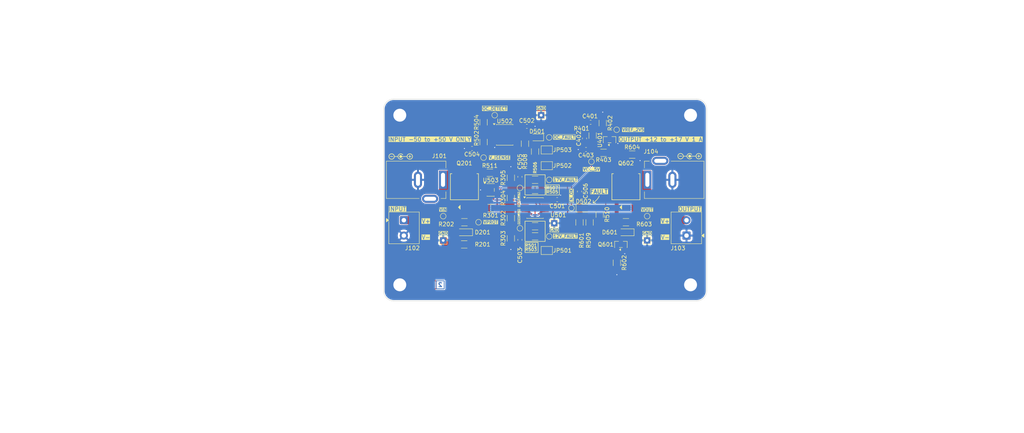
<source format=kicad_pcb>
(kicad_pcb (version 20241229) (generator "pcbnew") (generator_version "9.0")
  (title_block (date "2024-04-13") (rev "${REVISION}") (company "${COMPANY}"))
  (layers (0 "F.Cu" mixed "L1 (Sig, PWR)") (2 "B.Cu" power "L2 (Sig, GND)") (13 "F.Paste" user) (15 "B.Paste" user) (5 "F.SilkS" user "F.Silkscreen") (7 "B.SilkS" user "B.Silkscreen") (1 "F.Mask" user) (3 "B.Mask" user) (25 "Edge.Cuts" user))
  (property "ASSEMBLY_NOTES" "ASSEMBLY NOTES")
  (property "BOARD_NAME" "INPUT PROTECTION")
  (property "COMPANY" "UNIVERSITY OF NEWCASTLE")
  (property "DESIGNER" "R. HICKS")
  (property "FABRICATION_NOTES" "FABRICATION NOTES")
  (property "GIT_HASH_PCB" "")
  (property "GIT_HASH_SCH" "")
  (property "GIT_URL" "")
  (property "PROJECT_NAME" "ASSIGNMENT 1")
  (property "RELEASE_BODY_1.0.0" "")
  (property "RELEASE_BODY_1.0.1" "")
  (property "RELEASE_BODY_1.0.2" "")
  (property "RELEASE_BODY_1.1.0" "")
  (property "RELEASE_BODY_UNRELEASED" "")
  (property "RELEASE_DATE" "DD-MMM-YYYY")
  (property "RELEASE_DATE_NUM" "YYYY-MM-DD")
  (property "RELEASE_TITLE_1.0.0" "")
  (property "RELEASE_TITLE_1.0.1" "")
  (property "RELEASE_TITLE_1.0.2" "")
  (property "RELEASE_TITLE_1.1.0" "")
  (property "RELEASE_TITLE_UNRELEASED" "")
  (property "REVISION" "")
  (property "SHEET_NAME_1" "COVER PAGE")
  (property "SHEET_NAME_10" "REVISION HISTORY")
  (property "SHEET_NAME_11" "................................")
  (property "SHEET_NAME_12" "................................")
  (property "SHEET_NAME_13" "................................")
  (property "SHEET_NAME_14" "................................")
  (property "SHEET_NAME_15" "................................")
  (property "SHEET_NAME_16" "................................")
  (property "SHEET_NAME_17" "................................")
  (property "SHEET_NAME_18" "................................")
  (property "SHEET_NAME_19" "................................")
  (property "SHEET_NAME_2" "ARCHITECTURE")
  (property "SHEET_NAME_20" "................................")
  (property "SHEET_NAME_21" "................................")
  (property "SHEET_NAME_22" "................................")
  (property "SHEET_NAME_23" "................................")
  (property "SHEET_NAME_24" "................................")
  (property "SHEET_NAME_25" "................................")
  (property "SHEET_NAME_26" "................................")
  (property "SHEET_NAME_27" "................................")
  (property "SHEET_NAME_28" "................................")
  (property "SHEET_NAME_29" "................................")
  (property "SHEET_NAME_3" "1. INTERCONNECTS")
  (property "SHEET_NAME_30" "................................")
  (property "SHEET_NAME_31" "................................")
  (property "SHEET_NAME_32" "................................")
  (property "SHEET_NAME_33" "................................")
  (property "SHEET_NAME_34" "................................")
  (property "SHEET_NAME_35" "................................")
  (property "SHEET_NAME_36" "................................")
  (property "SHEET_NAME_37" "................................")
  (property "SHEET_NAME_38" "................................")
  (property "SHEET_NAME_39" "................................")
  (property "SHEET_NAME_4" "2. POLARITY PROTECTION")
  (property "SHEET_NAME_40" "................................")
  (property "SHEET_NAME_5" "3. SENSING")
  (property "SHEET_NAME_6" "4. POWER")
  (property "SHEET_NAME_7" "5. COMPARATOR")
  (property "SHEET_NAME_8" "6. PASS ELEMENT")
  (property "SHEET_NAME_9" "9. MISCELLANEOUS")
  (property "VARIANT" "")
  (net 0 "")
  (net 1 "Net-(D201-A)")
  (net 2 "/ARCHITECTURE/2. POLARITY PROTECTION/VPROT")
  (net 3 "VREF_2V5")
  (net 4 "GND")
  (net 5 "VCC_5V")
  (net 6 "Net-(D601-A)")
  (net 8 "/ARCHITECTURE/1. INTERCONNECTS/VIN")
  (net 9 "/ARCHITECTURE/1. INTERCONNECTS/VOUT")
  (net 11 "Net-(Q601-B)")
  (net 12 "/ARCHITECTURE/3. SENSING/VSENSE_12V")
  (net 13 "/ARCHITECTURE/3. SENSING/VSENSE_17V")
  (net 15 "Net-(U502A-+)")
  (net 16 "/ARCHITECTURE/3. SENSING/ISENSE_N")
  (net 17 "/ARCHITECTURE/5. COMPARATOR/V_ISENSE")
  (net 18 "/ARCHITECTURE/5. COMPARATOR/~{12V_FAULT}")
  (net 19 "/ARCHITECTURE/5. COMPARATOR/LATCH_IN")
  (net 20 "/ARCHITECTURE/5. COMPARATOR/~{OC_DETECT}")
  (net 21 "Net-(D502-A)")
  (net 22 "Net-(U501A--)")
  (net 23 "Net-(U501B-+)")
  (net 24 "/ARCHITECTURE/5. COMPARATOR/EN_OK")
  (net 25 "/ARCHITECTURE/5. COMPARATOR/~{17V_FAULT}")
  (net 26 "/ARCHITECTURE/5. COMPARATOR/~{OC_FAULT}")
  (footprint "Diode_SMD:D_SOD-323" (layer "F.Cu") (at 155.565645 61.15 180)
    (property "Reference" "D501")
    (property "Value" "1N4148WS" (hide yes))
  )
  (footprint "Resistor_SMD:R_1206_3216Metric_Pad1.30x1.75mm_HandSolder" (layer "F.Cu") (at 155.065645 85.65 180)
    (property "Reference" "R503")
    (property "Value" "1M")
  )
  (footprint "Capacitor_SMD:C_0603_1608Metric_Pad1.08x0.95mm_HandSolder" (layer "F.Cu") (at 160.528145 76.55)
    (property "Reference" "C501")
    (property "Value" "100n")
  )
  (footprint "MCU18P10Y-TP:DPAK_MCC" (layer "F.Cu") (at 177.565645 73.3645)
    (property "Reference" "Q602")
    (property "Value" "MCU18P10Y-TP" (hide yes))
  )
  (footprint "Resistor_SMD:R_1206_3216Metric_Pad1.30x1.75mm_HandSolder" (layer "F.Cu") (at 171.815646 57.599999 -90)
    (property "Reference" "R402")
    (property "Value" "100k")
  )
  (footprint "Resistor_SMD:R_1206_3216Metric_Pad1.30x1.75mm_HandSolder" (layer "F.Cu") (at 155.065645 64.65 -90)
    (property "Reference" "R506")
    (property "Value" "100k")
  )
  (footprint "Resistor_SMD:R_1206_3216Metric_Pad1.30x1.75mm_HandSolder" (layer "F.Cu") (at 149.065645 71.15 -90)
    (property "Reference" "R305")
    (property "Value" "10k")
  )
  (footprint "Package_SO:SOIC-8_3.9x4.9mm_P1.27mm" (layer "F.Cu") (at 155.065645 78.65)
    (property "Reference" "U501")
    (property "Value" "LM393")
  )
  (footprint "RD-Testpoints:TestPoint_THTPad_1.5x1.5mm_Drill0.7mm" (layer "F.Cu") (at 132.315645 86.65)
    (property "Reference" "TP101" (hide yes))
    (property "Value" "GND" (hide yes))
  )
  (footprint "RD-Testpoints:TestPoint_Pad_D1.0mm" (layer "F.Cu") (at 175.265647 59.249999 90)
    (property "Reference" "TP401" (hide yes))
    (property "Value" "VREF_2V5" (hide yes))
  )
  (footprint "RD-Testpoints:TestPoint_Pad_D1.0mm" (layer "F.Cu") (at 182.815645 80.65)
    (property "Reference" "TP103" (hide yes))
    (property "Value" "VOUT" (hide yes))
  )
  (footprint "RD-Testpoints:TestPoint_Pad_D1.0mm" (layer "F.Cu") (at 151.315645 83.65)
    (property "Reference" "TP302" (hide yes))
    (property "Value" "VSENSE_12V" (hide yes))
  )
  (footprint "RD-Testpoints:TestPoint_Pad_D1.0mm" (layer "F.Cu") (at 151.315645 73.65)
    (property "Reference" "TP303" (hide yes))
    (property "Value" "VSENSE_17V" (hide yes))
  )
  (footprint "Resistor_SMD:R_1206_3216Metric_Pad1.30x1.75mm_HandSolder" (layer "F.Cu") (at 166.065645 82.200001 90)
    (property "Reference" "R601")
    (property "Value" "10k")
  )
  (footprint "Fiducial:Fiducial_Cross_0.5mm_Mask2mm" (layer "F.Cu") (at 126.565645 97.65)
    (property "Reference" "FID902" (hide yes))
    (property "Value" "FIDUCIAL" (hide yes))
  )
  (footprint "Resistor_SMD:R_1206_3216Metric_Pad1.30x1.75mm_HandSolder" (layer "F.Cu") (at 143.865646 69.9 180)
    (property "Reference" "R511")
    (property "Value" "22.1k")
  )
  (footprint "RD-Testpoints:TestPoint_Pad_D1.0mm" (layer "F.Cu") (at 145.065645 55.65)
    (property "Reference" "TP502" (hide yes))
    (property "Value" "~{OC_DETECT}" (hide yes))
  )
  (footprint "Resistor_SMD:R_1206_3216Metric_Pad1.30x1.75mm_HandSolder" (layer "F.Cu") (at 152.565645 62.700001 -90)
    (property "Reference" "R508")
    (property "Value" "10k")
  )
  (footprint "Connector_BarrelJack:BarrelJack_Kycon_KLDX-0202-xC_Horizontal" (layer "F.Cu") (at 132.265645 71.65)
    (property "Reference" "J101")
    (property "Value" "KLDX-0202-B" (hide yes))
  )
  (footprint "RD-Testpoints:TestPoint_Pad_D1.0mm" (layer "F.Cu") (at 169.015645 67.15 90)
    (property "Reference" "TP402" (hide yes))
    (property "Value" "VCC_5V" (hide yes))
  )
  (footprint "Capacitor_SMD:C_0603_1608Metric_Pad1.08x0.95mm_HandSolder" (layer "F.Cu") (at 166.065645 74.537499 90)
    (property "Reference" "C506")
    (property "Value" "1u")
  )
  (footprint "Diode_SMD:D_SOD-323_HandSoldering" (layer "F.Cu") (at 137.565645 84.65 180)
    (property "Reference" "D201")
    (property "Value" "D3Z10BF-7" (hide yes))
  )
  (footprint "Capacitor_SMD:C_0603_1608Metric_Pad1.08x0.95mm_HandSolder" (layer "F.Cu") (at 153.028146 58.4)
    (property "Reference" "C502")
    (property "Value" "100n")
  )
  (footprint "Resistor_SMD:R_1206_3216Metric_Pad1.30x1.75mm_HandSolder" (layer "F.Cu") (at 179.115646 65.4)
    (property "Reference" "R604")
    (property "Value" "1M")
  )
  (footprint "RD-Testpoints:TestPoint_Pad_D1.0mm" (layer "F.Cu") (at 158.565645 85.65)
    (property "Reference" "TP501" (hide yes))
    (property "Value" "~{12V_FAULT}" (hide yes))
  )
  (footprint "Capacitor_SMD:C_0603_1608Metric_Pad1.08x0.95mm_HandSolder" (layer "F.Cu") (at 167.315646 61.4 90)
    (property "Reference" "C402")
    (property "Value" "1u")
  )
  (footprint "RD-Symbols-Silkscreen:STACKUP_ID_2L_SML" (layer "F.Cu") (at 130.565645 97.65)
    (property "Reference" "ID901" (hide yes))
    (property "Value" "BOARD_STACKUP_MARKER" (hide yes))
  )
  (footprint "MCU18P10Y-TP:DPAK_MCC" (layer "F.Cu") (at 137.565645 73.3645)
    (property "Reference" "Q201")
    (property "Value" "MCU18P10Y-TP" (hide yes))
  )
  (footprint "Capacitor_SMD:C_0603_1608Metric_Pad1.08x0.95mm_HandSolder" (layer "F.Cu") (at 139.453144 63.9 180)
    (property "Reference" "C504")
    (property "Value" "10n")
  )
  (footprint "MountingHole:MountingHole_3.2mm_M3_ISO7380_Pad" (layer "F.Cu") (at 121.565645 55.65)
    (property "Reference" "H901" (hide yes))
    (property "Value" "MOUNT_M3" (hide yes))
  )
  (footprint "Resistor_SMD:R_1206_3216Metric_Pad1.30x1.75mm_HandSolder" (layer "F.Cu") (at 177.565645 82.15)
    (property "Reference" "R603")
    (property "Value" "100k")
  )
  (footprint "Resistor_SMD:R_1206_3216Metric_Pad1.30x1.75mm_HandSolder" (layer "F.Cu") (at 149.065645 81.15 90)
    (property "Reference" "R302")
    (property "Value" "39.2k")
  )
  (footprint "RD-Testpoints:TestPoint_Pad_D1.0mm" (layer "F.Cu") (at 164.065645 78.65)
    (property "Reference" "TP506" (hide yes))
    (property "Value" "EN_OK" (hide yes))
  )
  (footprint "RD-Testpoints:TestPoint_Pad_D1.0mm" (layer "F.Cu") (at 142.315645 66.15)
    (property "Reference" "TP505" (hide yes))
    (property "Value" "V_ISENSE" (hide yes))
  )
  (footprint "RD-Testpoints:TestPoint_THTPad_1.5x1.5mm_Drill0.7mm" (layer "F.Cu") (at 182.815645 86.65)
    (property "Reference" "TP104" (hide yes))
    (property "Value" "GND" (hide yes))
  )
  (footprint "Connector_BarrelJack:BarrelJack_Kycon_KLDX-0202-xC_Horizontal" (layer "F.Cu") (at 182.865645 71.65 180)
    (property "Reference" "J104")
    (property "Value" "KLDX-0202-B" (hide yes))
  )
  (footprint "Resistor_SMD:R_1206_3216Metric_Pad1.30x1.75mm_HandSolder" (layer "F.Cu") (at 155.065645 74.15)
    (property "Reference" "R505")
    (property "Value" "1k")
  )
  (footprint "TerminalBlock_Phoenix:TerminalBlock_Phoenix_MKDS-1-2-3.81_1x02_P3.81mm_Horizontal" (layer "F.Cu") (at 122.565645 81.65 -90)
    (property "Reference" "J102")
    (property "Value" "EBWA-02-B" (hide yes))
  )
  (footprint "Resistor_SMD:R_1206_3216Metric_Pad1.30x1.75mm_HandSolder" (layer "F.Cu") (at 142.315645 57.4 90)
    (property "Reference" "R504")
    (property "Value" "1M")
  )
  (footprint "MountingHole:MountingHole_3.2mm_M3_ISO7380_Pad" (layer "F.Cu") (at 121.565645 97.65)
    (property "Reference" "H902" (hide yes))
    (property "Value" "MOUNT_M3" (hide yes))
  )
  (footprint "Capacitor_SMD:C_0603_1608Metric_Pad1.08x0.95mm_HandSolder" (layer "F.Cu") (at 168.815646 57.4 180)
    (property "Reference" "C401")
    (property "Value" "10n")
  )
  (footprint "RD-Testpoints:TestPoint_Pad_D1.0mm" (layer "F.Cu") (at 132.315645 80.65)
    (property "Reference" "TP102" (hide yes))
    (property "Value" "VIN" (hide yes))
  )
  (footprint "Jumper:SolderJumper-2_P1.3mm_Bridged_Pad1.0x1.5mm" (layer "F.Cu") (at 157.965645 64.25 180)
    (property "Reference" "JP503")
    (property "Value" "SolderJumper_2_Bridged" (hide yes))
  )
  (footprint "Resistor_SMD:R_1206_3216Metric_Pad1.30x1.75mm_HandSolder" (layer "F.Cu") (at 149.065645 76.15 -90)
    (property "Reference" "R304")
    (property "Value" "56.2k")
  )
  (footprint "RD-Testpoints:TestPoint_Pad_D1.0mm" (layer "F.Cu") (at 141.065645 82.15)
    (property "Reference" "TP201" (hide yes))
    (property "Value" "VPROT" (hide yes))
  )
  (footprint "Resistor_SMD:R_1206_3216Metric_Pad1.30x1.75mm_HandSolder" (layer "F.Cu") (at 144.065645 78.65 180)
    (property "Reference" "R301")
    (property "Value" "100m")
  )
  (footprint "Fiducial:Fiducial_Cross_0.5mm_Mask2mm" (layer "F.Cu") (at 188.565645 55.65)
    (property "Reference" "FID903" (hide yes))
    (property "Value" "FIDUCIAL" (hide yes))
  )
  (footprint "Diode_SMD:D_SOD-323_HandSoldering" (layer "F.Cu") (at 177.565645 84.65 180)
    (property "Reference" "D601")
    (property "Value" "D3Z10BF-7" (hide yes))
  )
  (footprint "Resistor_SMD:R_1206_3216Metric_Pad1.30x1.75mm_HandSolder" (layer "F.Cu") (at 137.565645 82.15)
    (property "Reference" "R202")
    (property "Value" "100k")
  )
  (footprint "TerminalBlock_Phoenix:TerminalBlock_Phoenix_MKDS-1-2-3.81_1x02_P3.81mm_Horizontal" (layer "F.Cu") (at 192.565645 85.46 90)
    (property "Reference" "J103")
    (property "Value" "EBWA-02-B" (hide yes))
  )
  (footprint "Jumper:SolderJumper-2_P1.3mm_Bridged_Pad1.0x1.5mm" (layer "F.Cu") (at 157.965645 68.15 180)
    (property "Reference" "JP502")
    (property "Value" "SolderJumper_2_Bridged" (hide yes))
  )
  (footprint "MountingHole:MountingHole_3.2mm_M3_ISO7380_Pad" (layer "F.Cu") (at 193.565645 55.65)
    (property "Reference" "H903" (hide yes))
    (property "Value" "MOUNT_M3" (hide yes))
  )
  (footprint "Resistor_SMD:R_1206_3216Metric_Pad1.30x1.75mm_HandSolder" (layer "F.Cu") (at 155.065645 71.65 180)
    (property "Reference" "R507")
    (property "Value" "1M")
  )
  (footprint "Capacitor_SMD:C_0603_1608Metric_Pad1.08x0.95mm_HandSolder" (layer "F.Cu") (at 167.678148 64.15 180)
    (property "Reference" "C403")
    (property "Value" "100n")
  )
  (footprint "MountingHole:MountingHole_3.2mm_M3_ISO7380_Pad" (layer "F.Cu") (at 193.565645 97.65)
    (property "Reference" "H904" (hide yes))
    (property "Value" "MOUNT_M3" (hide yes))
  )
  (footprint "RD-Testpoints:TestPoint_THTPad_1.5x1.5mm_Drill0.7mm" (layer "F.Cu") (at 159.815645 82.4 180)
    (property "Reference" "TP301" (hide yes))
    (property "Value" "GND" (hide yes))
  )
  (footprint "LED_SMD:LED_0805_2012Metric_Pad1.15x1.40mm_HandSolder" (layer "F.Cu") (at 167.065645 78.65)
    (property "Reference" "D502")
    (property "Value" "LED" (hide yes))
  )
  (footprint "Resistor_SMD:R_1206_3216Metric_Pad1.30x1.75mm_HandSolder" (layer "F.Cu") (at 172.015646 64.9625)
    (property "Reference" "R403")
    (property "Value" "3.32k")
  )
  (footprint "Resistor_SMD:R_1206_3216Metric_Pad1.30x1.75mm_HandSolder" (layer "F.Cu") (at 155.065645 83.15 180)
    (property "Reference" "R501")
    (property "Value" "1k")
  )
  (footprint "RD-Testpoints:TestPoint_Pad_D1.0mm" (layer "F.Cu") (at 158.565645 71.65)
    (property "Reference" "TP503" (hide yes))
    (property "Value" "~{17V_FAULT}" (hide yes))
  )
  (footprint "Package_TO_SOT_SMD:SOT-23" (layer "F.Cu") (at 176.315645 87.65 90)
    (property "Reference" "Q601")
    (property "Value" "BC846")
  )
  (footprint "Fiducial:Fiducial_Cross_0.5mm_Mask2mm" (layer "F.Cu") (at 126.565645 55.65)
    (property "Reference" "FID901" (hide yes))
    (property "Value" "FIDUCIAL" (hide yes))
  )
  (footprint "Resistor_SMD:R_1206_3216Metric_Pad1.30x1.75mm_HandSolder" (layer "F.Cu") (at 168.565645 82.200001 -90)
    (property "Reference" "R509")
    (property "Value" "10k")
  )
  (footprint "Package_SO:SOIC-8_3.9x4.9mm_P1.27mm" (layer "F.Cu") (at 147.540645 60.515)
    (property "Reference" "U502")
    (property "Value" "LM393")
  )
  (footprint "Package_TO_SOT_SMD:SOT-23" (layer "F.Cu") (at 173.515646 61.7125 90)
    (property "Reference" "U401")
    (property "Value" "LM4040N-5.0")
  )
  (footprint "Package_TO_SOT_SMD:SOT-23-5" (layer "F.Cu") (at 144.065645 74.15)
    (property "Reference" "U503")
    (property "Value" "INA169NA/3K" (hide yes))
  )
  (footprint "Capacitor_SMD:C_0603_1608Metric_Pad1.08x0.95mm_HandSolder" (layer "F.Cu") (at 151.315645 86.512501 90)
    (property "Reference" "C503")
    (property "Value" "10n")
  )
  (footprint "Resistor_SMD:R_1206_3216Metric_Pad1.30x1.75mm_HandSolder" (layer "F.Cu") (at 171.065645 80.250002 -90)
    (property "Reference" "R510")
    (property "Value" "3.32k")
  )
  (footprint "Resistor_SMD:R_1206_3216Metric_Pad1.30x1.75mm_HandSolder" (layer "F.Cu") (at 137.515644 87.65)
    (property "Reference" "R201")
    (property "Value" "100k")
  )
  (footprint "Resistor_SMD:R_1206_3216Metric_Pad1.30x1.75mm_HandSolder" (layer "F.Cu") (at 175.315645 92.200001 -90)
    (property "Reference" "R602")
    (property "Value" "100k")
  )
  (footprint "Capacitor_SMD:C_0603_1608Metric_Pad1.08x0.95mm_HandSolder" (layer "F.Cu") (at 151.315645 70.9 90)
    (property "Reference" "C505")
    (property "Value" "10n")
  )
  (footprint "Resistor_SMD:R_1206_3216Metric_Pad1.30x1.75mm_HandSolder" (layer "F.Cu") (at 169.315645 60.700001 -90)
    (property "Reference" "R401")
    (property "Value" "100k")
  )
  (footprint "Resistor_SMD:R_1206_3216Metric_Pad1.30x1.75mm_HandSolder" (layer "F.Cu") (at 142.315645 62.300001 90)
    (property "Reference" "R502")
    (property "Value" "1k")
  )
  (footprint "RD-Testpoints:TestPoint_THTPad_1.5x1.5mm_Drill0.7mm" (layer "F.Cu") (at 156.565645 55.65)
    (property "Reference" "TP507" (hide yes))
    (property "Value" "GND" (hide yes))
  )
  (footprint "Resistor_SMD:R_1206_3216Metric_Pad1.30x1.75mm_HandSolder" (layer "F.Cu") (at 149.065645 86.15 90)
    (property "Reference" "R303")
    (property "Value" "10k")
  )
  (footprint "RD-Testpoints:TestPoint_Pad_D1.0mm" (layer "F.Cu") (at 158.565645 61.15)
    (property "Reference" "TP504" (hide yes))
    (property "Value" "~{OC_FAULT}" (hide yes))
  )
  (footprint "Jumper:SolderJumper-2_P1.3mm_Bridged_Pad1.0x1.5mm" (layer "F.Cu") (at 157.965645 89.15 180)
    (property "Reference" "JP501")
    (property "Value" "SolderJumper_2_Bridged" (hide yes))
  )
  (gr_poly (pts (xy 138.056908 94.452259) (xy 138.293162 94.479528) (xy 138.52372 94.524145) (xy 138.747904 94.585431) (xy 138.965034 94.662705) (xy 139.174428 94.755287) (xy 139.375408 94.862498) (xy 139.567293 94.983657) (xy 139.749404 95.118084) (xy 139.92106 95.265101) (xy 140.081581 95.424026) (xy 140.230288 95.594179) (xy 140.3665 95.774882) (xy 140.489538 95.965453) (xy 140.598721 96.165214) (xy 140.69337 96.373483) (xy 141.42026 95.46354) (xy 141.19912 95.53408) (xy 141.193675 95.535666) (xy 141.188215 95.536961) (xy 141.182748 95.537968) (xy 141.177283 95.538693) (xy 141.171829 95.53914) (xy 141.166395 95.539314) (xy 141.160988 95.539218) (xy 141.155619 95.538857) (xy 141.150296 95.538237) (xy 141.145027 95.537361) (xy 141.139821 95.536234) (xy 141.134688 95.53486) (xy 141.129635 95.533244) (xy 141.124671 95.531391) (xy 141.119806 95.529305) (xy 141.115048 95.52699) (xy 141.110405 95.524451) (xy 141.105887 95.521693) (xy 141.101502 95.51872) (xy 141.097259 95.515536) (xy 141.093167 95.512146) (xy 141.089234 95.508555) (xy 141.085469 95.504767) (xy 141.081881 95.500787) (xy 141.078479 95.496618) (xy 141.07527 95.492266) (xy 141.072265 95.487736) (xy 141.069472 95.48303) (xy 141.0669 95.478155) (xy 141.064556 95.473115) (xy 141.062451 95.467914) (xy 141.060593 95.462556) (xy 141.059006 95.457111) (xy 141.057711 95.451651) (xy 141.056703 95.446184) (xy 141.055978 95.440719) (xy 141.055531 95.435265) (xy 141.055358 95.42983) (xy 141.055454 95.424424) (xy 141.055814 95.419055) (xy 141.056435 95.413732) (xy 141.057311 95.408463) (xy 141.058438 95.403257) (xy 141.059811 95.398124) (xy 141.061427 95.393071) (xy 141.06328 95.388107) (xy 141.065367 95.383242) (xy 141.067681 95.378484) (xy 141.07022 95.373841) (xy 141.072978 95.369323) (xy 141.075952 95.364938) (xy 141.079135 95.360695) (xy 141.082525 95.356603) (xy 141.086116 95.35267) (xy 141.089904 95.348905) (xy 141.093885 95.345317) (xy 141.098053 95.341915) (xy 141.102405 95.338706) (xy 141.106936 95.335701) (xy 141.111641 95.332908) (xy 141.116516 95.330336) (xy 141.121557 95.327992) (xy 141.126758 95.325887) (xy 141.132116 95.324029) (xy 141.857706 95.092599) (xy 141.792253 95.851373) (xy 141.791624 95.857009) (xy 141.790719 95.862547) (xy 141.789547 95.867981) (xy 141.788115 95.873304) (xy 141.78643 95.87851) (xy 141.7845 95.883593) (xy 141.782332 95.888546) (xy 141.779935 95.893363) (xy 141.777315 95.898038) (xy 141.77448 95.902565) (xy 141.771437 95.906936) (xy 141.768195 95.911146) (xy 141.76476 95.915188) (xy 141.76114 95.919057) (xy 141.757343 95.922745) (xy 141.753377 95.926247) (xy 141.749248 95.929555) (xy 141.744964 95.932665) (xy 141.740533 95.935569) (xy 141.735962 95.938261) (xy 141.731259 95.940734) (xy 141.726431 95.942983) (xy 141.721486 95.945002) (xy 141.716431 95.946783) (xy 141.711275 95.94832) (xy 141.706024 95.949607) (xy 141.700685 95.950639) (xy 141.695268 95.951407) (xy 141.689778 95.951907) (xy 141.684223 95.952132) (xy 141.678612 95.952075) (xy 141.672951 95.95173) (xy 141.667316 95.9511) (xy 141.661778 95.950196) (xy 141.656344 95.949024) (xy 141.651021 95.947591) (xy 141.645815 95.945906) (xy 141.640732 95.943977) (xy 141.635779 95.941809) (xy 141.630962 95.939412) (xy 141.626287 95.936792) (xy 141.621761 95.933957) (xy 141.617389 95.930914) (xy 141.613179 95.927672) (xy 141.609136 95.924237) (xy 141.605268 95.920618) (xy 141.601579 95.916821) (xy 141.598077 95.912854) (xy 141.594768 95.908725) (xy 141.591658 95.904441) (xy 141.588754 95.90001) (xy 141.586062 95.895439) (xy 141.583587 95.890736) (xy 141.581338 95.885909) (xy 141.579319 95.880964) (xy 141.577537 95.875909) (xy 141.575999 95.870753) (xy 141.57471 95.865502) (xy 141.573678 95.860164) (xy 141.572908 95.854746) (xy 141.572407 95.849256) (xy 141.572181 95.843702) (xy 141.572237 95.838091) (xy 141.57258 95.83243) (xy 141.592524 95.601167) (xy 140.781436 96.616502) (xy 140.814378 96.728153) (xy 140.843206 96.841501) (xy 140.867835 96.956457) (xy 140.888179 97.072937) (xy 140.904152 97.190853) (xy 140.915668 97.31012) (xy 140.922641 97.430651) (xy 140.924984 97.552359) (xy 140.92308 97.66208) (xy 140.91741 97.77085) (xy 140.908038 97.878609) (xy 140.895027 97.985291) (xy 140.878439 98.090834) (xy 140.858339 98.195176) (xy 140.834788 98.298252) (xy 140.807851 98.4) (xy 141.146958 98.4) (xy 141.151442 98.38807) (xy 141.156368 98.376364) (xy 141.161726 98.36489) (xy 141.167504 98.35366) (xy 141.173694 98.342683) (xy 141.180284 98.331971) (xy 141.187265 98.321532) (xy 141.194626 98.311378) (xy 141.202357 98.301518) (xy 141.210448 98.291963) (xy 141.218889 98.282723) (xy 141.227669 98.273808) (xy 141.236779 98.265229) (xy 141.246207 98.256994) (xy 141.255945 98.249116) (xy 141.265981 98.241604) (xy 141.276305 98.234468) (xy 141.286908 98.227718) (xy 141.297778 98.221365) (xy 141.308907 98.215418) (xy 141.320282 98.209889) (xy 141.331896 98.204787) (xy 141.343736 98.200122) (xy 141.355793 98.195905) (xy 141.368057 98.192146) (xy 141.380517 98.188855) (xy 141.393164 98.186042) (xy 141.405987 98.183718) (xy 141.418975 98.181893) (xy 141.432119 98.180576) (xy 141.445409 98.179779) (xy 141.458833 98.179511) (xy 141.475842 98.179941) (xy 141.492628 98.18122) (xy 141.509172 98.183325) (xy 141.525452 98.186235) (xy 141.541447 98.189931) (xy 141.557137 98.194391) (xy 141.572501 98.199594) (xy 141.587517 98.205519) (xy 141.602166 98.212146) (xy 141.616425 98.219454) (xy 141.630275 98.227421) (xy 141.643695 98.236028) (xy 141.656663 98.245252) (xy 141.669159 98.255075) (xy 141.681162 98.265473) (xy 141.692651 98.276427) (xy 141.703605 98.287916) (xy 141.714003 98.299919) (xy 141.723825 98.312415) (xy 141.73305 98.325383) (xy 141.741657 98.338803) (xy 141.749624 98.352653) (xy 141.756932 98.366912) (xy 141.763559 98.381561) (xy 141.769485 98.396577) (xy 141.774688 98.411941) (xy 141.779147 98.427631) (xy 141.782843 98.443626) (xy 141.785754 98.459906) (xy 141.787859 98.47645) (xy 141.789137 98.493237) (xy 141.789567 98.510245) (xy 141.789137 98.527252) (xy 141.787859 98.544038) (xy 141.785754 98.56058) (xy 141.782843 98.576859) (xy 141.779147 98.592853) (xy 141.774688 98.608542) (xy 141.769485 98.623905) (xy 141.763559 98.63892) (xy 141.756932 98.653568) (xy 141.749624 98.667827) (xy 141.741657 98.681676) (xy 141.73305 98.695095) (xy 141.723825 98.708063) (xy 141.714003 98.720558) (xy 141.703605 98.732561) (xy 141.692651 98.744049) (xy 141.681162 98.755003) (xy 141.669159 98.765401) (xy 141.656663 98.775223) (xy 141.643695 98.784448) (xy 141.630275 98.793054) (xy 141.616425 98.801021) (xy 141.602166 98.808329) (xy 141.587517 98.814956) (xy 141.572501 98.820881) (xy 141.557137 98.826084) (xy 141.541447 98.830544) (xy 141.525452 98.83424) (xy 141.509172 98.83715) (xy 141.492628 98.839255) (xy 141.475842 98.840533) (xy 141.458833 98.840964) (xy 141.445409 98.840696) (xy 141.432119 98.839898) (xy 141.405987 98.836756) (xy 141.380517 98.831619) (xy 141.355793 98.824569) (xy 141.331896 98.815688) (xy 141.308907 98.805056) (xy 141.286908 98.792757) (xy 141.265981 98.778871) (xy 141.246207 98.76348) (xy 141.227669 98.746666) (xy 141.210448 98.728511) (xy 141.194626 98.709096) (xy 141.180284 98.688503) (xy 141.167504 98.666814) (xy 141.156368 98.64411) (xy 141.146958 98.620474) (xy 140.73636 98.620474) (xy 140.693423 98.731082) (xy 140.646433 98.839605) (xy 140.595482 98.945949) (xy 140.540665 99.05002) (xy 140.482075 99.151725) (xy 140.419806 99.25097) (xy 140.353951 99.347662) (xy 140.284603 99.441707) (xy 140.211857 99.533012) (xy 140.135805 99.621483) (xy 140.056541 99.707027) (xy 139.974159 99.789551) (xy 139.888751 99.86896) (xy 139.800413 99.945162) (xy 139.709236 100.018062) (xy 139.615315 100.087568) (xy 139.518743 100.153586) (xy 139.419614 100.216022) (xy 139.318021 100.274783) (xy 139.214057 100.329775) (xy 139.107817 100.380906) (xy 138.999393 100.42808) (xy 138.888879 100.471206) (xy 138.776369 100.510189) (xy 138.661956 100.544936) (xy 138.545734 100.575353) (xy 138.427796 100.601347) (xy 138.308235 100.622825) (xy 138.187146 100.639692) (xy 138.064621 100.651856) (xy 137.940755 100.659223) (xy 137.81564 100.6617) (xy 137.668016 100.65825) (xy 137.522157 100.648003) (xy 137.378216 100.631114) (xy 137.236348 100.607735) (xy 137.096707 100.578021) (xy 136.959447 100.542126) (xy 136.824721 100.500205) (xy 136.692684 100.45241) (xy 136.56349 100.398896) (xy 136.437292 100.339817) (xy 136.314244 100.275327) (xy 136.194502 100.20558) (xy 136.078218 100.130731) (xy 135.965546 100.050932) (xy 135.856641 99.966337) (xy 135.751656 99.877102) (xy 135.650746 99.78338) (xy 135.554065 99.685325) (xy 135.461766 99.58309) (xy 135.374003 99.476831) (xy 135.290931 99.3667) (xy 135.212703 99.252853) (xy 135.139474 99.135442) (xy 135.071396 99.014622) (xy 135.008626 98.890547) (xy 134.951316 98.76337) (xy 134.89962 98.633247) (xy 134.853692 98.50033) (xy 134.813687 98.364774) (xy 134.779758 98.226733) (xy 134.752059 98.086361) (xy 134.730744 97.943812) (xy 134.953136 97.943812) (xy 134.974029 98.074991) (xy 135.000749 98.204144) (xy 135.033154 98.331132) (xy 135.071105 98.455814) (xy 135.114461 98.57805) (xy 135.163082 98.6977) (xy 135.216828 98.814623) (xy 135.275558 98.92868) (xy 135.339132 99.039729) (xy 135.40741 99.14763) (xy 135.480252 99.252244) (xy 135.557517 99.35343) (xy 135.639064 99.451048) (xy 135.724755 99.544957) (xy 135.814447 99.635017) (xy 135.908002 99.721088) (xy 136.005279 99.803029) (xy 136.106137 99.8807) (xy 136.210436 99.953962) (xy 136.318036 100.022673) (xy 136.428797 100.086693) (xy 136.542578 100.145882) (xy 136.659238 100.2001) (xy 136.778639 100.249207) (xy 136.900639 100.293062) (xy 137.025099 100.331524) (xy 137.151877 100.364455) (xy 137.280833 100.391712) (xy 137.411828 100.413156) (xy 137.544721 100.428648) (xy 137.679372 100.438045) (xy 137.81564 100.441209) (xy 138.041705 100.432476) (xy 138.263025 100.406711) (xy 138.478951 100.364561) (xy 138.688836 100.306674) (xy 138.892031 100.233699) (xy 139.087888 100.146283) (xy 139.275759 100.045074) (xy 139.454996 99.930721) (xy 139.624951 99.803872) (xy 139.784976 99.665175) (xy 139.934423 99.515278) (xy 140.072642 99.354829) (xy 140.198988 99.184475) (xy 140.31281 99.004867) (xy 140.413462 98.81665) (xy 140.500295 98.620474) (xy 139.284513 98.620474) (xy 139.284513 99.749305) (xy 139.284134 99.760513) (xy 139.283009 99.771579) (xy 139.281157 99.782472) (xy 139.278595 99.793159) (xy 139.275344 99.80361) (xy 139.27142 99.813792) (xy 139.266843 99.823675) (xy 139.261632 99.833227) (xy 139.255804 99.842416) (xy 139.249379 99.851211) (xy 139.242374 99.85958) (xy 139.23481 99.867491) (xy 139.226703 99.874915) (xy 139.218072 99.881817) (xy 139.208937 99.888169) (xy 139.199315 99.893936) (xy 139.189326 99.899038) (xy 139.1791 99.903418) (xy 139.168673 99.907078) (xy 139.158082 99.910019) (xy 139.147364 99.912241) (xy 139.136555 99.913745) (xy 139.125691 99.914533) (xy 139.11481 99.914605) (xy 139.103948 99.913963) (xy 139.09314 99.912606) (xy 139.082425 99.910537) (xy 139.071838 99.907757) (xy 139.061416 99.904265) (xy 139.051195 99.900063) (xy 139.041213 99.895153) (xy 139.031505 99.889534) (xy 137.049128 98.650557) (xy 137.048976 98.650474) (xy 136.824086 98.510229) (xy 137.448634 98.510229) (xy 138.953778 99.450939) (xy 138.953778 98.510245) (xy 141.348586 98.510245) (xy 141.34873 98.515914) (xy 141.349156 98.521508) (xy 141.349857 98.527022) (xy 141.350827 98.532448) (xy 141.352059 98.537779) (xy 141.353546 98.543008) (xy 141.35528 98.548128) (xy 141.357255 98.553133) (xy 141.359464 98.558015) (xy 141.3619 98.562767) (xy 141.364555 98.567383) (xy 141.367424 98.571856) (xy 141.370499 98.576178) (xy 141.373773 98.580343) (xy 141.377239 98.584343) (xy 141.38089 98.588172) (xy 141.38472 98.591823) (xy 141.388721 98.595289) (xy 141.392886 98.598562) (xy 141.397209 98.601637) (xy 141.401682 98.604505) (xy 141.406299 98.607161) (xy 141.411052 98.609597) (xy 141.415935 98.611805) (xy 141.420941 98.61378) (xy 141.426062 98.615514) (xy 141.431293 98.617001) (xy 141.436625 98.618232) (xy 141.442052 98.619203) (xy 141.447567 98.619904) (xy 141.453163 98.62033) (xy 141.458833 98.620474) (xy 141.464503 98.62033) (xy 141.470099 98.619904) (xy 141.475614 98.619203) (xy 141.481041 98.618232) (xy 141.486373 98.617001) (xy 141.491603 98.615514) (xy 141.496725 98.61378) (xy 141.50173 98.611805) (xy 141.506613 98.609597) (xy 141.511366 98.607161) (xy 141.515983 98.604505) (xy 141.520456 98.601637) (xy 141.524779 98.598562) (xy 141.528944 98.595289) (xy 141.532945 98.591823) (xy 141.536774 98.588172) (xy 141.540425 98.584343) (xy 141.543891 98.580343) (xy 141.547165 98.576178) (xy 141.55024 98.571856) (xy 141.553109 98.567383) (xy 141.555764 98.562767) (xy 141.5582 98.558015) (xy 141.560409 98.553133) (xy 141.562384 98.548128) (xy 141.564118 98.543008) (xy 141.565604 98.537779) (xy 141.566836 98.532448) (xy 141.567806 98.527022) (xy 141.568508 98.521508) (xy 141.568934 98.515914) (xy 141.569077 98.510245) (xy 141.568934 98.504575) (xy 141.568508 98.498979) (xy 141.567806 98.493464) (xy 141.566836 98.488038) (xy 141.565604 98.482705) (xy 141.564118 98.477475) (xy 141.562384 98.472354) (xy 141.560409 98.467348) (xy 141.5582 98.462465) (xy 141.555764 98.457712) (xy 141.553109 98.453095) (xy 141.55024 98.448622) (xy 141.547165 98.444299) (xy 141.543891 98.440134) (xy 141.540425 98.436133) (xy 141.536774 98.432304) (xy 141.532945 98.428653) (xy 141.528944 98.425187) (xy 141.524779 98.421913) (xy 141.520456 98.418838) (xy 141.515983 98.415969) (xy 141.511366 98.413314) (xy 141.506613 98.410878) (xy 141.50173 98.408669) (xy 141.496725 98.406694) (xy 141.491603 98.40496) (xy 141.486373 98.403473) (xy 141.481041 98.402241) (xy 141.475614 98.401271) (xy 141.470099 98.40057) (xy 141.464503 98.400144) (xy 141.458833 98.4) (xy 141.453163 98.400144) (xy 141.447567 98.40057) (xy 141.442052 98.401271) (xy 141.436625 98.402241) (xy 141.431293 98.403473) (xy 141.426062 98.40496) (xy 141.420941 98.406694) (xy 141.415935 98.408669) (xy 141.411052 98.410878) (xy 141.406299 98.413314) (xy 141.401682 98.415969) (xy 141.397209 98.418838) (xy 141.392886 98.421913) (xy 141.388721 98.425187) (xy 141.38472 98.428653) (xy 141.38089 98.432304) (xy 141.377239 98.436133) (xy 141.373773 98.440134) (xy 141.370499 98.444299) (xy 141.367424 98.448622) (xy 141.364555 98.453095) (xy 141.3619 98.457712) (xy 141.359464 98.462465) (xy 141.357255 98.467348) (xy 141.35528 98.472354) (xy 141.353546 98.477475) (xy 141.352059 98.482705) (xy 141.350827 98.488038) (xy 141.349857 98.493464) (xy 141.349156 98.498979) (xy 141.34873 98.504575) (xy 141.348586 98.510245) (xy 138.953778 98.510245) (xy 138.953778 97.569502) (xy 137.448634 98.510229) (xy 136.824086 98.510229) (xy 136.675434 98.417527) (xy 136.673016 99.749606) (xy 136.672785 99.75811) (xy 136.672131 99.766502) (xy 136.671063 99.774772) (xy 136.669593 99.782909) (xy 136.667731 99.790903) (xy 136.665487 99.798744) (xy 136.662872 99.806421) (xy 136.659896 99.813924) (xy 136.65657 99.821242) (xy 136.652903 99.828365) (xy 136.648907 99.835282) (xy 136.644592 99.841984) (xy 136.639968 99.848459) (xy 136.635046 99.854698) (xy 136.629836 99.86069) (xy 136.624349 99.866424) (xy 136.618595 99.87189) (xy 136.612585 99.877078) (xy 136.606328 99.881977) (xy 136.599836 99.886578) (xy 136.593119 99.890868) (xy 136.586187 99.894839) (xy 136.579051 99.89848) (xy 136.571721 99.90178) (xy 136.564208 99.904729) (xy 136.556521 99.907316) (xy 136.548673 99.909531) (xy 136.540672 99.911364) (xy 136.532529 99.912805) (xy 136.524256 99.913842) (xy 136.515861 99.914466) (xy 136.507357 99.914665) (xy 136.498853 99.914435) (xy 136.490461 99.91378) (xy 136.482191 99.912713) (xy 136.474054 99.911243) (xy 136.466059 99.909381) (xy 136.458219 99.907137) (xy 136.450542 99.904522) (xy 136.443039 99.901545) (xy 136.435721 99.898219) (xy 136.428598 99.894552) (xy 136.421681 99.890556) (xy 136.414979 99.886241) (xy 136.408504 99.881618) (xy 136.402265 99.876696) (xy 136.396273 99.871486) (xy 136.390539 99.865999) (xy 136.385073 99.860245) (xy 136.379885 99.854234) (xy 136.374986 99.847978) (xy 136.370385 99.841485) (xy 136.366095 99.834768) (xy 136.362124 99.827836) (xy 136.358483 99.8207) (xy 136.355183 99.81337) (xy 136.352235 99.805857) (xy 136.349647 99.79817) (xy 136.347432 99.790322) (xy 136.345599 99.782321) (xy 136.344159 99.774178) (xy 136.343122 99.765905) (xy 136.342498 99.75751) (xy 136.342298 99.749005) (xy 136.345398 98.02821) (xy 136.676135 98.02821) (xy 137.136526 98.315286) (xy 138.777692 97.289546) (xy 139.284513 97.289546) (xy 139.284513 98.4) (xy 140.57794 98.4) (xy 140.607 98.2987) (xy 140.632425 98.195922) (xy 140.654139 98.091741) (xy 140.672071 97.986229) (xy 140.686145 97.879462) (xy 140.696289 97.771512) (xy 140.70243 97.662453) (xy 140.704493 97.552359) (xy 140.702428 97.442222) (xy 140.696283 97.333122) (xy 140.686131 97.225133) (xy 140.672045 97.118329) (xy 140.6541 97.012783) (xy 140.632368 96.908569) (xy 140.606923 96.805762) (xy 140.577839 96.704434) (xy 139.286547 96.704618) (xy 139.285531 97.271435) (xy 139.285509 97.273727) (xy 139.285456 97.276012) (xy 139.285373 97.27829) (xy 139.285259 97.280559) (xy 139.285116 97.28282) (xy 139.284944 97.285072) (xy 139.284743 97.287314) (xy 139.284513 97.289546) (xy 138.777692 97.289546) (xy 138.954962 97.17875) (xy 138.955812 96.704668) (xy 138.617206 96.704701) (xy 138.61526 96.70684) (xy 138.613275 96.708946) (xy 138.611251 96.711019) (xy 138.609189 96.713059) (xy 138.607089 96.715065) (xy 138.604951 96.717036) (xy 138.602775 96.718971) (xy 138.600563 96.720871) (xy 138.598314 96.722734) (xy 138.596028 96.72456) (xy 138.593706 96.726348) (xy 138.591349 96.728098) (xy 138.588956 96.729809) (xy 138.586528 96.73148) (xy 138.584066 96.733111) (xy 138.581569 96.734701) (xy 136.676318 97.925501) (xy 136.676135 98.02821) (xy 136.345398 98.02821) (xy 136.34555 97.943812) (xy 134.953136 97.943812) (xy 134.730744 97.943812) (xy 134.286346 97.943812) (xy 134.286346 98.164302) (xy 133.624875 98.164302) (xy 133.624875 97.943812) (xy 133.845365 97.943812) (xy 134.065855 97.943812) (xy 134.065855 97.833583) (xy 134.065855 97.723338) (xy 133.845365 97.723338) (xy 133.845365 97.943812) (xy 133.624875 97.943812) (xy 133.624875 97.502848) (xy 134.286346 97.502848) (xy 134.286346 97.723338) (xy 134.710933 97.723338) (xy 134.708907 97.680805) (xy 134.707458 97.63813) (xy 134.706588 97.595314) (xy 134.706297 97.552359) (xy 134.926788 97.552359) (xy 134.9271 97.595333) (xy 134.928036 97.638155) (xy 134.929595 97.680824) (xy 134.931774 97.723338) (xy 136.346033 97.723338) (xy 136.346033 97.535216) (xy 136.676769 97.535216) (xy 138.181913 96.59449) (xy 136.676769 95.65378) (xy 136.676769 97.535216) (xy 136.346033 97.535216) (xy 136.346033 95.355412) (xy 136.346413 95.344204) (xy 136.347538 95.333138) (xy 136.34939 95.322246) (xy 136.351952 95.311558) (xy 136.355203 95.301108) (xy 136.359127 95.290925) (xy 136.363704 95.281042) (xy 136.368915 95.271491) (xy 136.374743 95.262302) (xy 136.381168 95.253507) (xy 136.388172 95.245138) (xy 136.395737 95.237226) (xy 136.403844 95.229803) (xy 136.412475 95.2229) (xy 136.42161 95.216549) (xy 136.431232 95.210781) (xy 136.441221 95.20568) (xy 136.451447 95.2013) (xy 136.461874 95.19764) (xy 136.472465 95.1947) (xy 136.483183 95.192478) (xy 136.493992 95.190974) (xy 136.504855 95.190186) (xy 136.515737 95.190114) (xy 136.526599 95.190756) (xy 136.537406 95.192112) (xy 136.548122 95.194181) (xy 136.558709 95.196962) (xy 136.569131 95.200454) (xy 136.579351 95.204655) (xy 136.589334 95.209565) (xy 136.599042 95.215184) (xy 138.581569 96.454244) (xy 138.584066 96.455837) (xy 138.586528 96.45747) (xy 138.588954 96.459143) (xy 138.591346 96.460854) (xy 138.593702 96.462604) (xy 138.596022 96.464392) (xy 138.598305 96.466217) (xy 138.600552 96.468079) (xy 138.602762 96.469977) (xy 138.604935 96.471911) (xy 138.607071 96.473879) (xy 138.609168 96.475882) (xy 138.611227 96.477919) (xy 138.613248 96.47999) (xy 138.617172 96.484228) (xy 138.956213 96.484178) (xy 138.958264 95.355112) (xy 138.958495 95.346609) (xy 138.959149 95.338216) (xy 138.960216 95.329947) (xy 138.961687 95.321809) (xy 138.963549 95.313815) (xy 138.965793 95.305974) (xy 138.968408 95.298298) (xy 138.971384 95.290795) (xy 138.974711 95.283477) (xy 138.978377 95.276354) (xy 138.982373 95.269436) (xy 138.986688 95.262735) (xy 138.991312 95.256259) (xy 138.996234 95.250021) (xy 139.001444 95.244029) (xy 139.006931 95.238295) (xy 139.012685 95.232829) (xy 139.018695 95.227641) (xy 139.024952 95.222741) (xy 139.031444 95.218141) (xy 139.038161 95.21385) (xy 139.045093 95.209879) (xy 139.052229 95.206239) (xy 139.059559 95.202939) (xy 139.067072 95.19999) (xy 139.074758 95.197403) (xy 139.082607 95.195188) (xy 139.090608 95.193355) (xy 139.09875 95.191914) (xy 139.107024 95.190877) (xy 139.115418 95.190253) (xy 139.123923 95.190053) (xy 139.132427 95.190284) (xy 139.140819 95.190939) (xy 139.149089 95.192006) (xy 139.157226 95.193476) (xy 139.16522 95.195338) (xy 139.173061 95.197582) (xy 139.180738 95.200197) (xy 139.188241 95.203173) (xy 139.195559 95.2065) (xy 139.202682 95.210166) (xy 139.209599 95.214162) (xy 139.216301 95.218477) (xy 139.222776 95.223101) (xy 139.229015 95.228023) (xy 139.235006 95.233233) (xy 139.240741 95.23872) (xy 139.246207 95.244474) (xy 139.251395 95.250485) (xy 139.256294 95.256741) (xy 139.260895 95.263233) (xy 139.265185 95.26995) (xy 139.269156 95.276882) (xy 139.272797 95.284018) (xy 139.276097 95.291348) (xy 139.279045 95.298862) (xy 139.281633 95.306548) (xy 139.283848 95.314397) (xy 139.285681 95.322398) (xy 139.287122 95.33054) (xy 139.288159 95.338814) (xy 139.288783 95.347208) (xy 139.288982 95.355713) (xy 139.286948 96.484128) (xy 140.500179 96.483961) (xy 140.458525 96.384934) (xy 140.413336 96.287816) (xy 140.364692 96.192687) (xy 140.312676 96.099628) (xy 140.257368 96.008722) (xy 140.198849 95.920047) (xy 140.1372 95.833687) (xy 140.072502 95.749721) (xy 140.004837 95.66823) (xy 139.934284 95.589296) (xy 139.860925 95.513) (xy 139.784841 95.439422) (xy 139.706113 95.368644) (xy 139.624822 95.300747) (xy 139.541049 95.235811) (xy 139.454876 95.173917) (xy 139.366382 95.115148) (xy 139.275649 95.059582) (xy 139.182757 95.007303) (xy 139.087789 94.958389) (xy 138.990825 94.912924) (xy 138.891946 94.870987) (xy 138.791232 94.83266) (xy 138.688766 94.798023) (xy 138.584627 94.767158) (xy 138.478897 94.740145) (xy 138.371657 94.717066) (xy 138.262988 94.698001) (xy 138.152971 94.683032) (xy 138.041686 94.67224) (xy 137.929216 94.665705) (xy 137.81564 94.663509) (xy 137.667073 94.667271) (xy 137.520446 94.678435) (xy 137.375941 94.69682) (xy 137.233739 94.722243) (xy 137.094024 94.754523) (xy 136.956977 94.793476) (xy 136.82278 94.838922) (xy 136.691615 94.890678) (xy 136.563665 94.948561) (xy 136.439111 95.012391) (xy 136.318135 95.081984) (xy 136.200921 95.157158) (xy 136.087649 95.237732) (xy 135.978501 95.323524) (xy 135.873661 95.414351) (xy 135.77331 95.510031) (xy 135.67763 95.610382) (xy 135.586803 95.715222) (xy 135.501012 95.824369) (xy 135.420437 95.937641) (xy 135.345263 96.054856) (xy 135.27567 96.175831) (xy 135.21184 96.300385) (xy 135.153957 96.428335) (xy 135.102201 96.5595) (xy 135.056756 96.693697) (xy 135.017802 96.830744) (xy 134.985522 96.970459) (xy 134.960099 97.11266) (xy 134.941714 97.257166) (xy 134.93055 97.403793) (xy 134.926788 97.552359) (xy 134.706297 97.552359) (xy 134.710346 97.392454) (xy 134.722363 97.234636) (xy 134.742151 97.079102) (xy 134.769515 96.926048) (xy 134.804259 96.77567) (xy 134.846186 96.628163) (xy 134.8951 96.483723) (xy 134.950806 96.342548) (xy 135.013108 96.204832) (xy 135.081809 96.070771) (xy 135.156714 95.940563) (xy 135.237627 95.814402) (xy 135.324351 95.692484) (xy 135.416691 95.575006) (xy 135.51445 95.462164) (xy 135.617433 95.354154) (xy 135.725444 95.251171) (xy 135.838286 95.153412) (xy 135.955764 95.061072) (xy 136.077681 94.974348) (xy 136.203842 94.893435) (xy 136.334051 94.81853) (xy 136.468111 94.749829) (xy 136.605827 94.687527) (xy 136.747003 94.631821) (xy 136.891443 94.582907) (xy 137.03895 94.54098) (xy 137.189328 94.506236) (xy 137.342383 94.478873) (xy 137.497917 94.459084) (xy 137.655734 94.447068) (xy 137.81564 94.443019)) (fill yes) (layer "F.Cu"))
  (gr_poly (pts (xy 193.391145 65.053442) (xy 193.428145 65.056942) (xy 193.465145 65.062442) (xy 193.501645 65.069442) (xy 193.537645 65.077942) (xy 193.573145 65.088942) (xy 193.608145 65.101942) (xy 193.642645 65.115942) (xy 193.676645 65.131442) (xy 193.709145 65.148942) (xy 193.741145 65.167942) (xy 193.772145 65.188942) (xy 193.802145 65.210942) (xy 193.830645 65.234442) (xy 193.858145 65.259442) (xy 193.884645 65.285942) (xy 193.909645 65.313442) (xy 193.933145 65.341942) (xy 193.955145 65.371942) (xy 193.821145 65.465442) (xy 193.804645 65.441942) (xy 193.786145 65.419442) (xy 193.766645 65.397942) (xy 193.746145 65.376942) (xy 193.724145 65.357442) (xy 193.701645 65.338942) (xy 193.678145 65.321942) (xy 193.654145 65.305442) (xy 193.629145 65.290442) (xy 193.603145 65.276942) (xy 193.577145 65.263942) (xy 193.550145 65.252942) (xy 193.522645 65.243442) (xy 193.494645 65.234942) (xy 193.466145 65.227942) (xy 193.437645 65.222442) (xy 193.408645 65.218442) (xy 193.379645 65.215942) (xy 193.350645 65.214442) (xy 193.321645 65.214942) (xy 193.292145 65.216442) (xy 193.263145 65.219442) (xy 193.234645 65.223942) (xy 193.206145 65.229942) (xy 193.177645 65.237442) (xy 193.150145 65.246442) (xy 193.122645 65.256442) (xy 193.096145 65.267442) (xy 193.069645 65.279942) (xy 193.044145 65.294442) (xy 193.019145 65.309442) (xy 192.995145 65.325942) (xy 192.972145 65.343942) (xy 192.950145 65.362442) (xy 192.928645 65.382442) (xy 192.908645 65.403442) (xy 192.889145 65.425442) (xy 192.870645 65.448442) (xy 192.853645 65.471942) (xy 192.838145 65.496442) (xy 192.823645 65.521942) (xy 192.810145 65.547942) (xy 192.798145 65.574442) (xy 192.787645 65.601442) (xy 192.778645 65.629442) (xy 192.770645 65.657442) (xy 192.764145 65.685942) (xy 192.759145 65.714442) (xy 192.755645 65.743442) (xy 192.753145 65.772442) (xy 192.752645 65.801442) (xy 192.753145 65.830942) (xy 192.755645 65.859942) (xy 192.759145 65.888942) (xy 192.764145 65.917442) (xy 192.770645 65.945942) (xy 192.778645 65.973942) (xy 192.787645 66.001442) (xy 192.798645 66.028942) (xy 192.810145 66.055442) (xy 192.823645 66.081442) (xy 192.838145 66.106442) (xy 192.853645 66.130942) (xy 192.870645 66.154942) (xy 192.888645 66.177442) (xy 192.907645 66.199442) (xy 192.928145 66.220442) (xy 192.949145 66.240442) (xy 192.971645 66.259442) (xy 192.994645 66.276942) (xy 193.018645 66.293442) (xy 193.043645 66.308942) (xy 193.069145 66.322942) (xy 193.095145 66.335442) (xy 193.122145 66.347442) (xy 193.149145 66.357942) (xy 193.177145 66.366442) (xy 193.205145 66.373942) (xy 193.233645 66.379942) (xy 193.262645 66.384442) (xy 193.291645 66.387442) (xy 193.320645 66.388942) (xy 193.350145 66.389442) (xy 193.379145 66.387942) (xy 193.408145 66.385442) (xy 193.437145 66.381442) (xy 193.465645 66.375942) (xy 193.493645 66.368942) (xy 193.521645 66.360442) (xy 193.549145 66.350942) (xy 193.576145 66.339442) (xy 193.602645 66.327942) (xy 193.628145 66.313942) (xy 193.653645 66.298942) (xy 193.677645 66.282942) (xy 193.701145 66.265442) (xy 193.723645 66.246942) (xy 193.745145 66.227442) (xy 193.765645 66.206942) (xy 193.785145 66.185442) (xy 193.803645 66.162442) (xy 193.821645 66.139442) (xy 193.954145 66.231942) (xy 193.931645 66.261942) (xy 193.908145 66.290942) (xy 193.883145 66.318442) (xy 193.857145 66.344942) (xy 193.829645 66.369442) (xy 193.800645 66.393442) (xy 193.770645 66.415442) (xy 193.739645 66.435942) (xy 193.708145 66.454942) (xy 193.675145 66.472442) (xy 193.641645 66.488442) (xy 193.607145 66.502442) (xy 193.572145 66.514442) (xy 193.536145 66.524942) (xy 193.500145 66.533442) (xy 193.463645 66.540442) (xy 193.426645 66.545942) (xy 193.389645 66.549442) (xy 193.352645 66.550942) (xy 193.315645 66.550442) (xy 193.278145 66.548442) (xy 193.241645 66.544442) (xy 193.204645 66.538442) (xy 193.168145 66.530942) (xy 193.132145 66.521442) (xy 193.096645 66.509942) (xy 193.062145 66.496942) (xy 193.027645 66.482442) (xy 192.994645 66.465942) (xy 192.961645 66.447942) (xy 192.930145 66.428442) (xy 192.899645 66.407442) (xy 192.870145 66.384942) (xy 192.841645 66.360442) (xy 192.814645 66.335442) (xy 192.788645 66.308442) (xy 192.764145 66.280442) (xy 192.741145 66.251442) (xy 192.719645 66.220942) (xy 192.699645 66.189942) (xy 192.681645 66.157442) (xy 192.664645 66.124442) (xy 192.649145 66.090442) (xy 192.635645 66.055942) (xy 192.624145 66.019942) (xy 192.614145 65.984442) (xy 192.605645 65.947942) (xy 192.599645 65.911442) (xy 192.594645 65.874442) (xy 192.592145 65.837442) (xy 192.591145 65.800442) (xy 192.592145 65.762942) (xy 192.594645 65.725942) (xy 192.599645 65.688942) (xy 192.606145 65.652442) (xy 192.614145 65.616442) (xy 192.624145 65.580442) (xy 192.636145 65.545442) (xy 192.649645 65.510942) (xy 192.664645 65.476942) (xy 192.681645 65.443942) (xy 192.700645 65.411942) (xy 192.720645 65.380442) (xy 192.742145 65.349942) (xy 192.765645 65.320942) (xy 192.790145 65.292942) (xy 192.815645 65.266442) (xy 192.843145 65.240942) (xy 192.871145 65.216942) (xy 192.901145 65.194442) (xy 192.931645 65.173442) (xy 192.963145 65.153942) (xy 192.995645 65.135942) (xy 193.029145 65.119442) (xy 193.063145 65.104942) (xy 193.098145 65.091942) (xy 193.133645 65.081442) (xy 193.169645 65.071942) (xy 193.206145 65.064442) (xy 193.242645 65.058442) (xy 193.279645 65.054442) (xy 193.317145 65.052442) (xy 193.354145 65.051942)) (fill yes) (layer "F.SilkS"))
  (gr_line (start 169.465645 77.35) (end 169.465645 76.75) (stroke (width 0.15)) (layer "F.SilkS"))
  (gr_rect (start 152.565645 87.15) (end 155.815645 89.65) (stroke (width 0.15)) (fill no) (layer "F.SilkS"))
  (gr_poly (pts (xy 195.965645 65.875942) (xy 195.590645 65.875942) (xy 195.215645 65.875942) (xy 195.215645 65.725942) (xy 195.965645 65.725942)) (fill yes) (layer "F.SilkS"))
  (gr_poly (pts (xy 194.865645 65.875942) (xy 194.215645 65.875942) (xy 193.565645 65.875942) (xy 193.565645 65.725942) (xy 194.865645 65.725942)) (fill yes) (layer "F.SilkS"))
  (gr_poly (pts (xy 121.80845 65.529346) (xy 121.826586 65.530655) (xy 121.844413 65.532813) (xy 121.861912 65.535801) (xy 121.879065 65.539601) (xy 121.89585 65.544191) (xy 121.91225 65.549554) (xy 121.928244 65.555671) (xy 121.943814 65.562521) (xy 121.958939 65.570085) (xy 121.973601 65.578346) (xy 121.98778 65.587282) (xy 122.001456 65.596875) (xy 122.01461 65.607106) (xy 122.027223 65.617956) (xy 122.039276 65.629405) (xy 122.050748 65.641434) (xy 122.061621 65.654024) (xy 122.071875 65.667155) (xy 122.08149 65.680809) (xy 122.090448 65.694966) (xy 122.098729 65.709607) (xy 122.106313 65.724713) (xy 122.113182 65.740264) (xy 122.119315 65.756242) (xy 122.124693 65.772626) (xy 122.129297 65.789399) (xy 122.133108 65.80654) (xy 122.136105 65.82403) (xy 122.13827 65.841851) (xy 122.139583 65.859982) (xy 122.140026 65.878405) (xy 122.139583 65.896829) (xy 122.13827 65.914965) (xy 122.136105 65.932792) (xy 122.133108 65.950292) (xy 122.129297 65.967444) (xy 122.124693 65.98423) (xy 122.119315 66.000629) (xy 122.113182 66.016624) (xy 122.106313 66.032193) (xy 122.098729 66.047319) (xy 122.090448 66.06198) (xy 122.08149 66.076159) (xy 122.071875 66.089835) (xy 122.061621 66.102989) (xy 122.050748 66.115603) (xy 122.039276 66.127655) (xy 122.027223 66.139127) (xy 122.01461 66.15) (xy 122.001456 66.160254) (xy 121.98778 66.16987) (xy 121.973601 66.178828) (xy 121.958939 66.187109) (xy 121.943814 66.194693) (xy 121.928244 66.201561) (xy 121.91225 66.207694) (xy 121.89585 66.213072) (xy 121.879065 66.217677) (xy 121.861912 66.221487) (xy 121.844413 66.224485) (xy 121.826586 66.22665) (xy 121.80845 66.227963) (xy 121.790026 66.228405) (xy 121.771603 66.227963) (xy 121.753471 66.22665) (xy 121.735651 66.224485) (xy 121.71816 66.221487) (xy 121.70102 66.217677) (xy 121.684247 66.213072) (xy 121.667863 66.207694) (xy 121.651885 66.201561) (xy 121.636334 66.194693) (xy 121.621228 66.187109) (xy 121.606587 66.178828) (xy 121.59243 66.16987) (xy 121.578776 66.160254) (xy 121.565645 66.15) (xy 121.553055 66.139127) (xy 121.541026 66.127655) (xy 121.529577 66.115603) (xy 121.518727 66.102989) (xy 121.508496 66.089835) (xy 121.498903 66.076159) (xy 121.489966 66.06198) (xy 121.481706 66.047319) (xy 121.474141 66.032193) (xy 121.467291 66.016624) (xy 121.461175 66.000629) (xy 121.455812 65.98423) (xy 121.451221 65.967444) (xy 121.447422 65.950292) (xy 121.444434 65.932792) (xy 121.442275 65.914965) (xy 121.440966 65.896829) (xy 121.440526 65.878405) (xy 121.440966 65.859982) (xy 121.442275 65.841851) (xy 121.444434 65.82403) (xy 121.447422 65.80654) (xy 121.451221 65.789399) (xy 121.455812 65.772626) (xy 121.461175 65.756242) (xy 121.467291 65.740264) (xy 121.474141 65.724713) (xy 121.481706 65.709607) (xy 121.489966 65.694966) (xy 121.498903 65.680809) (xy 121.508496 65.667155) (xy 121.518727 65.654024) (xy 121.529577 65.641434) (xy 121.541026 65.629405) (xy 121.553055 65.617956) (xy 121.565645 65.607106) (xy 121.578776 65.596875) (xy 121.59243 65.587282) (xy 121.606587 65.578346) (xy 121.621228 65.570085) (xy 121.636334 65.562521) (xy 121.651885 65.555671) (xy 121.667863 65.549554) (xy 121.684247 65.544191) (xy 121.70102 65.539601) (xy 121.71816 65.535801) (xy 121.735651 65.532813) (xy 121.753471 65.530655) (xy 121.771603 65.529346) (xy 121.790026 65.528905)) (fill yes) (layer "F.SilkS"))
  (gr_poly (pts (xy 121.090526 65.953905) (xy 120.665526 65.953905) (xy 120.240526 65.953905) (xy 120.240526 65.803905) (xy 121.090526 65.803905)) (fill yes) (layer "F.SilkS"))
  (gr_poly (pts (xy 124.115526 66.253905) (xy 124.040526 66.253905) (xy 123.965526 66.253905) (xy 123.965526 65.503905) (xy 124.115526 65.503905)) (fill yes) (layer "F.SilkS"))
  (gr_poly (pts (xy 195.665645 66.175942) (xy 195.590645 66.175942) (xy 195.515645 66.175942) (xy 195.515645 65.425942) (xy 195.665645 65.425942)) (fill yes) (layer "F.SilkS"))
  (gr_poly (pts (xy 192.640645 65.875942) (xy 192.215645 65.875942) (xy 191.790645 65.875942) (xy 191.790645 65.725942) (xy 192.640645 65.725942)) (fill yes) (layer "F.SilkS"))
  (gr_curve (pts (xy 170.965645 75.65) (xy 170.565645 76.65) (xy 169.465645 77.35) (xy 169.465645 77.35)) (stroke (width 0.15)) (layer "F.SilkS"))
  (gr_poly (pts (xy 193.358569 65.451383) (xy 193.376705 65.452692) (xy 193.394532 65.45485) (xy 193.412031 65.457838) (xy 193.429184 65.461638) (xy 193.445969 65.466228) (xy 193.462369 65.471591) (xy 193.478363 65.477708) (xy 193.493933 65.484558) (xy 193.509058 65.492122) (xy 193.52372 65.500383) (xy 193.537899 65.509319) (xy 193.551575 65.518912) (xy 193.564729 65.529143) (xy 193.577342 65.539993) (xy 193.589395 65.551442) (xy 193.600867 65.563471) (xy 193.61174 65.576061) (xy 193.621994 65.589192) (xy 193.631609 65.602846) (xy 193.640567 65.617003) (xy 193.648848 65.631644) (xy 193.656432 65.64675) (xy 193.663301 65.662301) (xy 193.669434 65.678279) (xy 193.674812 65.694663) (xy 193.679416 65.711436) (xy 193.683227 65.728577) (xy 193.686224 65.746067) (xy 193.688389 65.763888) (xy 193.689702 65.782019) (xy 193.690145 65.800442) (xy 193.689702 65.818866) (xy 193.688389 65.837002) (xy 193.686224 65.854829) (xy 193.683227 65.872329) (xy 193.679416 65.889481) (xy 193.674812 65.906267) (xy 193.669434 65.922666) (xy 193.663301 65.938661) (xy 193.656432 65.95423) (xy 193.648848 65.969356) (xy 193.640567 65.984017) (xy 193.631609 65.998196) (xy 193.621994 66.011872) (xy 193.61174 66.025026) (xy 193.600867 66.03764) (xy 193.589395 66.049692) (xy 193.577342 66.061164) (xy 193.564729 66.072037) (xy 193.551575 66.082291) (xy 193.537899 66.091907) (xy 193.52372 66.100865) (xy 193.509058 66.109146) (xy 193.493933 66.11673) (xy 193.478363 66.123598) (xy 193.462369 66.129731) (xy 193.445969 66.135109) (xy 193.429184 66.139714) (xy 193.412031 66.143524) (xy 193.394532 66.146522) (xy 193.376705 66.148687) (xy 193.358569 66.15) (xy 193.340145 66.150442) (xy 193.321722 66.15) (xy 193.30359 66.148687) (xy 193.28577 66.146522) (xy 193.268279 66.143524) (xy 193.251139 66.139714) (xy 193.234366 66.135109) (xy 193.217982 66.129731) (xy 193.202004 66.123598) (xy 193.186453 66.11673) (xy 193.171347 66.109146) (xy 193.156706 66.100865) (xy 193.142549 66.091907) (xy 193.128895 66.082291) (xy 193.115764 66.072037) (xy 193.103174 66.061164) (xy 193.091145 66.049692) (xy 193.079696 66.03764) (xy 193.068846 66.025026) (xy 193.058615 66.011872) (xy 193.049022 65.998196) (xy 193.040085 65.984017) (xy 193.031825 65.969356) (xy 193.02426 65.95423) (xy 193.01741 65.938661) (xy 193.011294 65.922666) (xy 193.005931 65.906267) (xy 193.00134 65.889481) (xy 192.997541 65.872329) (xy 192.994553 65.854829) (xy 192.992394 65.837002) (xy 192.991085 65.818866) (xy 192.990645 65.800442) (xy 192.991085 65.782019) (xy 192.992394 65.763888) (xy 192.994553 65.746067) (xy 192.997541 65.728577) (xy 193.00134 65.711436) (xy 193.005931 65.694663) (xy 193.011294 65.678279) (xy 193.01741 65.662301) (xy 193.02426 65.64675) (xy 193.031825 65.631644) (xy 193.040085 65.617003) (xy 193.049022 65.602846) (xy 193.058615 65.589192) (xy 193.068846 65.576061) (xy 193.079696 65.563471) (xy 193.091145 65.551442) (xy 193.103174 65.539993) (xy 193.115764 65.529143) (xy 193.128895 65.518912) (xy 193.142549 65.509319) (xy 193.156706 65.500383) (xy 193.171347 65.492122) (xy 193.186453 65.484558) (xy 193.202004 65.477708) (xy 193.217982 65.471591) (xy 193.234366 65.466228) (xy 193.251139 65.461638) (xy 193.268279 65.457838) (xy 193.28577 65.45485) (xy 193.30359 65.452692) (xy 193.321722 65.451383) (xy 193.340145 65.450942)) (fill yes) (layer "F.SilkS"))
  (gr_poly (pts (xy 121.841026 65.131405) (xy 121.878026 65.134905) (xy 121.915026 65.140405) (xy 121.951526 65.147405) (xy 121.987526 65.155905) (xy 122.023026 65.166905) (xy 122.058026 65.179905) (xy 122.092526 65.193905) (xy 122.126526 65.209405) (xy 122.159026 65.226905) (xy 122.191026 65.245905) (xy 122.222026 65.266905) (xy 122.252026 65.288905) (xy 122.280526 65.312405) (xy 122.308026 65.337405) (xy 122.334526 65.363905) (xy 122.359526 65.391405) (xy 122.383026 65.419905) (xy 122.405026 65.449905) (xy 122.271026 65.543405) (xy 122.254526 65.519905) (xy 122.236026 65.497405) (xy 122.216526 65.475905) (xy 122.196026 65.454905) (xy 122.174026 65.435405) (xy 122.151526 65.416905) (xy 122.128026 65.399905) (xy 122.104026 65.383405) (xy 122.079026 65.368405) (xy 122.053026 65.354905) (xy 122.027026 65.341905) (xy 122.000026 65.330905) (xy 121.972526 65.321405) (xy 121.944526 65.312905) (xy 121.916026 65.305905) (xy 121.887526 65.300405) (xy 121.858526 65.296405) (xy 121.829526 65.293905) (xy 121.800526 65.292405) (xy 121.771526 65.292905) (xy 121.742026 65.294405) (xy 121.713026 65.297405) (xy 121.684526 65.301905) (xy 121.656026 65.307905) (xy 121.627526 65.315405) (xy 121.600026 65.324405) (xy 121.572526 65.334405) (xy 121.546026 65.345405) (xy 121.519526 65.357905) (xy 121.494026 65.372405) (xy 121.469026 65.387405) (xy 121.445026 65.403905) (xy 121.422026 65.421905) (xy 121.400026 65.440405) (xy 121.378526 65.460405) (xy 121.358526 65.481405) (xy 121.339026 65.503405) (xy 121.320526 65.526405) (xy 121.303526 65.549905) (xy 121.288026 65.574405) (xy 121.273526 65.599905) (xy 121.260026 65.625905) (xy 121.248026 65.652405) (xy 121.237526 65.679405) (xy 121.228526 65.707405) (xy 121.220526 65.735405) (xy 121.214026 65.763905) (xy 121.209026 65.792405) (xy 121.205526 65.821405) (xy 121.203026 65.850405) (xy 121.202526 65.879405) (xy 121.203026 65.908905) (xy 121.205526 65.937905) (xy 121.209026 65.966905) (xy 121.214026 65.995405) (xy 121.220526 66.023905) (xy 121.228526 66.051905) (xy 121.237526 66.079405) (xy 121.248526 66.106905) (xy 121.260026 66.133405) (xy 121.273526 66.159405) (xy 121.288026 66.184405) (xy 121.303526 66.208905) (xy 121.320526 66.232905) (xy 121.338526 66.255405) (xy 121.357526 66.277405) (xy 121.378026 66.298405) (xy 121.399026 66.318405) (xy 121.421526 66.337405) (xy 121.444526 66.354905) (xy 121.468526 66.371405) (xy 121.493526 66.386905) (xy 121.519026 66.400905) (xy 121.545026 66.413405) (xy 121.572026 66.425405) (xy 121.599026 66.435905) (xy 121.627026 66.444405) (xy 121.655026 66.451905) (xy 121.683526 66.457905) (xy 121.712526 66.462405) (xy 121.741526 66.465405) (xy 121.770526 66.466905) (xy 121.800026 66.467405) (xy 121.829026 66.465905) (xy 121.858026 66.463405) (xy 121.887026 66.459405) (xy 121.915526 66.453905) (xy 121.943526 66.446905) (xy 121.971526 66.438405) (xy 121.999026 66.428905) (xy 122.026026 66.417405) (xy 122.052526 66.405905) (xy 122.078026 66.391905) (xy 122.103526 66.376905) (xy 122.127526 66.360905) (xy 122.151026 66.343405) (xy 122.173526 66.324905) (xy 122.195026 66.305405) (xy 122.215526 66.284905) (xy 122.235026 66.263405) (xy 122.253526 66.240405) (xy 122.271526 66.217405) (xy 122.404026 66.309905) (xy 122.381526 66.339905) (xy 122.358026 66.368905) (xy 122.333026 66.396405) (xy 122.307026 66.422905) (xy 122.279526 66.447405) (xy 122.250526 66.471405) (xy 122.220526 66.493405) (xy 122.189526 66.513905) (xy 122.158026 66.532905) (xy 122.125026 66.550405) (xy 122.091526 66.566405) (xy 122.057026 66.580405) (xy 122.022026 66.592405) (xy 121.986026 66.602905) (xy 121.950026 66.611405) (xy 121.913526 66.618405) (xy 121.876526 66.623905) (xy 121.839526 66.627405) (xy 121.802526 66.628905) (xy 121.765526 66.628405) (xy 121.728026 66.626405) (xy 121.691526 66.622405) (xy 121.654526 66.616405) (xy 121.618026 66.608905) (xy 121.582026 66.599405) (xy 121.546526 66.587905) (xy 121.512026 66.574905) (xy 121.477526 66.560405) (xy 121.444526 66.543905) (xy 121.411526 66.525905) (xy 121.380026 66.506405) (xy 121.349526 66.485405) (xy 121.320026 66.462905) (xy 121.291526 66.438405) (xy 121.264526 66.413405) (xy 121.238526 66.386405) (xy 121.214026 66.358405) (xy 121.191026 66.329405) (xy 121.169526 66.298905) (xy 121.149526 66.267905) (xy 121.131526 66.235405) (xy 121.114526 66.202405) (xy 121.099026 66.168405) (xy 121.085526 66.133905) (xy 121.074026 66.097905) (xy 121.064026 66.062405) (xy 121.055526 66.025905) (xy 121.049526 65.989405) (xy 121.044526 65.952405) (xy 121.042026 65.915405) (xy 121.041026 65.878405) (xy 121.042026 65.840905) (xy 121.044526 65.803905) (xy 121.049526 65.766905) (xy 121.056026 65.730405) (xy 121.064026 65.694405) (xy 121.074026 65.658405) (xy 121.086026 65.623405) (xy 121.099526 65.588905) (xy 121.114526 65.554905) (xy 121.131526 65.521905) (xy 121.150526 65.489905) (xy 121.170526 65.458405) (xy 121.192026 65.427905) (xy 121.215526 65.398905) (xy 121.240026 65.370905) (xy 121.265526 65.344405) (xy 121.293026 65.318905) (xy 121.321026 65.294905) (xy 121.351026 65.272405) (xy 121.381526 65.251405) (xy 121.413026 65.231905) (xy 121.445526 65.213905) (xy 121.479026 65.197405) (xy 121.513026 65.182905) (xy 121.548026 65.169905) (xy 121.583526 65.159405) (xy 121.619526 65.149905) (xy 121.656026 65.142405) (xy 121.692526 65.136405) (xy 121.729526 65.132405) (xy 121.767026 65.130405) (xy 121.804026 65.129905)) (fill yes) (layer "F.SilkS"))
  (gr_rect (start 152.565645 81.9) (end 157.565645 86.9) (stroke (width 0.15)) (fill no) (layer "F.SilkS"))
  (gr_poly (pts (xy 124.415526 65.953905) (xy 124.040526 65.953905) (xy 123.665526 65.953905) (xy 123.665526 65.803905) (xy 124.415526 65.803905)) (fill yes) (layer "F.SilkS"))
  (gr_rect (start 152.565645 70.4) (end 157.565645 75.4) (stroke (width 0.15)) (fill no) (layer "F.SilkS"))
  (gr_poly (pts (xy 191.130189 65.051887) (xy 191.169105 65.054696) (xy 191.207354 65.059326) (xy 191.244893 65.065737) (xy 191.281681 65.073887) (xy 191.317677 65.083736) (xy 191.35284 65.095242) (xy 191.387129 65.108364) (xy 191.420502 65.12306) (xy 191.452919 65.13929) (xy 191.484338 65.157013) (xy 191.514717 65.176186) (xy 191.544016 65.196769) (xy 191.572194 65.218722) (xy 191.599209 65.242001) (xy 191.62502 65.266567) (xy 191.649586 65.292378) (xy 191.672865 65.319393) (xy 191.694817 65.347571) (xy 191.715401 65.37687) (xy 191.734574 65.407249) (xy 191.752296 65.438668) (xy 191.768526 65.471084) (xy 191.783223 65.504458) (xy 191.796345 65.538746) (xy 191.807851 65.57391) (xy 191.817699 65.609906) (xy 191.82585 65.646694) (xy 191.832261 65.684233) (xy 191.836891 65.722481) (xy 191.839699 65.761398) (xy 191.840645 65.800942) (xy 191.839699 65.840486) (xy 191.836891 65.879403) (xy 191.832261 65.917651) (xy 191.82585 65.95519) (xy 191.817699 65.991978) (xy 191.807851 66.027974) (xy 191.796345 66.063138) (xy 191.783223 66.097426) (xy 191.768526 66.1308) (xy 191.752296 66.163216) (xy 191.734574 66.194635) (xy 191.715401 66.225014) (xy 191.694817 66.254313) (xy 191.672865 66.282491) (xy 191.649586 66.309506) (xy 191.62502 66.335317) (xy 191.599209 66.359883) (xy 191.572194 66.383162) (xy 191.544016 66.405115) (xy 191.514717 66.425698) (xy 191.484338 66.444871) (xy 191.452919 66.462594) (xy 191.420502 66.478824) (xy 191.387129 66.49352) (xy 191.35284 66.506642) (xy 191.317677 66.518148) (xy 191.281681 66.527997) (xy 191.244893 66.536147) (xy 191.207354 66.542558) (xy 191.169105 66.547188) (xy 191.130189 66.549997) (xy 191.090645 66.550942) (xy 191.051101 66.549997) (xy 191.012184 66.547188) (xy 190.973936 66.542558) (xy 190.936397 66.536147) (xy 190.899609 66.527997) (xy 190.863612 66.518148) (xy 190.828449 66.506642) (xy 190.79416 66.49352) (xy 190.760787 66.478824) (xy 190.728371 66.462594) (xy 190.696952 66.444871) (xy 190.666573 66.425698) (xy 190.637273 66.405115) (xy 190.609096 66.383162) (xy 190.582081 66.359883) (xy 190.55627 66.335317) (xy 190.531704 66.309506) (xy 190.508424 66.282491) (xy 190.486472 66.254313) (xy 190.465889 66.225014) (xy 190.446716 66.194635) (xy 190.428993 66.163216) (xy 190.412763 66.1308) (xy 190.398067 66.097426) (xy 190.384945 66.063138) (xy 190.373439 66.027974) (xy 190.36359 65.991978) (xy 190.35544 65.95519) (xy 190.349029 65.917651) (xy 190.344398 65.879403) (xy 190.34159 65.840486) (xy 190.340645 65.800942) (xy 190.340657 65.800442) (xy 190.505145 65.800442) (xy 190.505882 65.831286) (xy 190.508073 65.861641) (xy 190.511684 65.891475) (xy 190.516685 65.920755) (xy 190.523042 65.94945) (xy 190.530724 65.977527) (xy 190.539699 66.004955) (xy 190.549934 66.0317) (xy 190.561397 66.057731) (xy 190.574057 66.083016) (xy 190.58788 66.107522) (xy 190.602835 66.131218) (xy 190.61889 66.154072) (xy 190.636013 66.17605) (xy 190.654171 66.197122) (xy 190.673332 66.217254) (xy 190.693465 66.236416) (xy 190.714537 66.254574) (xy 190.736515 66.271697) (xy 190.759368 66.287752) (xy 190.783064 66.302707) (xy 190.807571 66.31653) (xy 190.832856 66.32919) (xy 190.858887 66.340653) (xy 190.885632 66.350888) (xy 190.913059 66.359862) (xy 190.941137 66.367545) (xy 190.969831 66.373902) (xy 190.999112 66.378902) (xy 191.028945 66.382514) (xy 191.059301 66.384705) (xy 191.090145 66.385442) (xy 191.120989 66.384705) (xy 191.151344 66.382514) (xy 191.181178 66.378902) (xy 191.210458 66.373902) (xy 191.239153 66.367545) (xy 191.26723 66.359862) (xy 191.294657 66.350888) (xy 191.321403 66.340653) (xy 191.347434 66.32919) (xy 191.372719 66.31653) (xy 191.397225 66.302707) (xy 191.420921 66.287752) (xy 191.443774 66.271697) (xy 191.465753 66.254574) (xy 191.486825 66.236416) (xy 191.506957 66.217254) (xy 191.526119 66.197122) (xy 191.544277 66.17605) (xy 191.561399 66.154072) (xy 191.577454 66.131218) (xy 191.59241 66.107522) (xy 191.606233 66.083016) (xy 191.618892 66.057731) (xy 191.630356 66.0317) (xy 191.640591 66.004955) (xy 191.649565 65.977527) (xy 191.657247 65.94945) (xy 191.663605 65.920755) (xy 191.668605 65.891475) (xy 191.672217 65.861641) (xy 191.674407 65.831286) (xy 191.675145 65.800442) (xy 191.674407 65.769598) (xy 191.672217 65.739243) (xy 191.668605 65.709409) (xy 191.663605 65.680129) (xy 191.657247 65.651434) (xy 191.649565 65.623357) (xy 191.640591 65.595929) (xy 191.630356 65.569184) (xy 191.618892 65.543153) (xy 191.606233 65.517868) (xy 191.59241 65.493362) (xy 191.577454 65.469666) (xy 191.561399 65.446812) (xy 191.544277 65.424834) (xy 191.526119 65.403762) (xy 191.506957 65.383629) (xy 191.486825 65.364468) (xy 191.465753 65.34631) (xy 191.443774 65.329187) (xy 191.420921 65.313132) (xy 191.397225 65.298177) (xy 191.372719 65.284354) (xy 191.347434 65.271694) (xy 191.321403 65.260231) (xy 191.294657 65.249996) (xy 191.26723 65.241021) (xy 191.239153 65.233339) (xy 191.210458 65.226982) (xy 191.181178 65.221981) (xy 191.151344 65.21837) (xy 191.120989 65.216179) (xy 191.090145 65.215442) (xy 191.059301 65.216179) (xy 191.028945 65.21837) (xy 190.999112 65.221981) (xy 190.969831 65.226982) (xy 190.941137 65.233339) (xy 190.913059 65.241021) (xy 190.885632 65.249996) (xy 190.858887 65.260231) (xy 190.832856 65.271694) (xy 190.807571 65.284354) (xy 190.783064 65.298177) (xy 190.759368 65.313132) (xy 190.736515 65.329187) (xy 190.714537 65.34631) (xy 190.693465 65.364468) (xy 190.673332 65.383629) (xy 190.654171 65.403762) (xy 190.636013 65.424834) (xy 190.61889 65.446812) (xy 190.602835 65.469666) (xy 190.58788 65.493362) (xy 190.574057 65.517868) (xy 190.561397 65.543153) (xy 190.549934 65.569184) (xy 190.539699 65.595929) (xy 190.530724 65.623357) (xy 190.523042 65.651434) (xy 190.516685 65.680129) (xy 190.511684 65.709409) (xy 190.508073 65.739243) (xy 190.505882 65.769598) (xy 190.505145 65.800442) (xy 190.340657 65.800442) (xy 190.34159 65.761398) (xy 190.344398 65.722481) (xy 190.349029 65.684233) (xy 190.35544 65.646694) (xy 190.36359 65.609906) (xy 190.373439 65.57391) (xy 190.384945 65.538746) (xy 190.398067 65.504458) (xy 190.412763 65.471084) (xy 190.428993 65.438668) (xy 190.446716 65.407249) (xy 190.465889 65.37687) (xy 190.486472 65.347571) (xy 190.508424 65.319393) (xy 190.531704 65.292378) (xy 190.55627 65.266567) (xy 190.582081 65.242001) (xy 190.609096 65.218722) (xy 190.637273 65.196769) (xy 190.666573 65.176186) (xy 190.696952 65.157013) (xy 190.728371 65.13929) (xy 190.760787 65.12306) (xy 190.79416 65.108364) (xy 190.828449 65.095242) (xy 190.863612 65.083736) (xy 190.899609 65.073887) (xy 190.936397 65.065737) (xy 190.973936 65.059326) (xy 191.012184 65.054696) (xy 191.051101 65.051887) (xy 191.090645 65.050942)) (fill yes) (layer "F.SilkS"))
  (gr_poly (pts (xy 191.465645 65.875942) (xy 191.090645 65.875942) (xy 190.715645 65.875942) (xy 190.715645 65.725942) (xy 191.465645 65.725942)) (fill yes) (layer "F.SilkS"))
  (gr_rect (start 157.815645 72.9) (end 161.065645 75.4) (stroke (width 0.15)) (fill no) (layer "F.SilkS"))
  (gr_poly (pts (xy 119.915526 65.953905) (xy 119.540526 65.953905) (xy 119.165526 65.953905) (xy 119.165526 65.803905) (xy 119.915526 65.803905)) (fill yes) (layer "F.SilkS"))
  (gr_poly (pts (xy 123.315526 65.953905) (xy 122.665526 65.953905) (xy 122.015526 65.953905) (xy 122.015526 65.803905) (xy 123.315526 65.803905)) (fill yes) (layer "F.SilkS"))
  (gr_line (start 169.465645 77.35) (end 170.065645 77.45) (stroke (width 0.15)) (layer "F.SilkS"))
  (gr_poly (pts (xy 195.630189 65.051887) (xy 195.669106 65.054696) (xy 195.707354 65.059326) (xy 195.744893 65.065737) (xy 195.781681 65.073887) (xy 195.817677 65.083736) (xy 195.852841 65.095242) (xy 195.887129 65.108364) (xy 195.920503 65.12306) (xy 195.952919 65.13929) (xy 195.984338 65.157013) (xy 196.014717 65.176186) (xy 196.044016 65.196769) (xy 196.072194 65.218722) (xy 196.099209 65.242001) (xy 196.12502 65.266567) (xy 196.149586 65.292378) (xy 196.172865 65.319393) (xy 196.194818 65.347571) (xy 196.215401 65.37687) (xy 196.234574 65.407249) (xy 196.252297 65.438668) (xy 196.268527 65.471084) (xy 196.283223 65.504458) (xy 196.296345 65.538746) (xy 196.307851 65.57391) (xy 196.3177 65.609906) (xy 196.32585 65.646694) (xy 196.332261 65.684233) (xy 196.336891 65.722481) (xy 196.3397 65.761398) (xy 196.340645 65.800942) (xy 196.3397 65.840486) (xy 196.336891 65.879403) (xy 196.332261 65.917651) (xy 196.32585 65.95519) (xy 196.3177 65.991978) (xy 196.307851 66.027974) (xy 196.296345 66.063138) (xy 196.283223 66.097426) (xy 196.268527 66.1308) (xy 196.252297 66.163216) (xy 196.234574 66.194635) (xy 196.215401 66.225014) (xy 196.194818 66.254313) (xy 196.172865 66.282491) (xy 196.149586 66.309506) (xy 196.12502 66.335317) (xy 196.099209 66.359883) (xy 196.072194 66.383162) (xy 196.044016 66.405115) (xy 196.014717 66.425698) (xy 195.984338 66.444871) (xy 195.952919 66.462594) (xy 195.920503 66.478824) (xy 195.887129 66.49352) (xy 195.852841 66.506642) (xy 195.817677 66.518148) (xy 195.781681 66.527997) (xy 195.744893 66.536147) (xy 195.707354 66.542558) (xy 195.669106 66.547188) (xy 195.630189 66.549997) (xy 195.590645 66.550942) (xy 195.551101 66.549997) (xy 195.512184 66.547188) (xy 195.473936 66.542558) (xy 195.436397 66.536147) (xy 195.399609 66.527997) (xy 195.363613 66.518148) (xy 195.328449 66.506642) (xy 195.294161 66.49352) (xy 195.260787 66.478824) (xy 195.228371 66.462594) (xy 195.196952 66.444871) (xy 195.166573 66.425698) (xy 195.137274 66.405115) (xy 195.109096 66.383162) (xy 195.082081 66.359883) (xy 195.05627 66.335317) (xy 195.031704 66.309506) (xy 195.008425 66.282491) (xy 194.986472 66.254313) (xy 194.965889 66.225014) (xy 194.946716 66.194635) (xy 194.928993 66.163216) (xy 194.912763 66.1308) (xy 194.898067 66.097426) (xy 194.884945 66.063138) (xy 194.873439 66.027974) (xy 194.86359 65.991978) (xy 194.85544 65.95519) (xy 194.849029 65.917651) (xy 194.844399 65.879403) (xy 194.84159 65.840486) (xy 194.840645 65.800942) (xy 194.840657 65.800442) (xy 195.005145 65.800442) (xy 195.005882 65.831286) (xy 195.008073 65.861641) (xy 195.011685 65.891475) (xy 195.016685 65.920755) (xy 195.023042 65.94945) (xy 195.030725 65.977527) (xy 195.039699 66.004955) (xy 195.049934 66.0317) (xy 195.061397 66.057731) (xy 195.074057 66.083016) (xy 195.08788 66.107522) (xy 195.102835 66.131218) (xy 195.11889 66.154072) (xy 195.136013 66.17605) (xy 195.154171 66.197122) (xy 195.173333 66.217254) (xy 195.193465 66.236416) (xy 195.214537 66.254574) (xy 195.236515 66.271697) (xy 195.259369 66.287752) (xy 195.283065 66.302707) (xy 195.307571 66.31653) (xy 195.332856 66.32919) (xy 195.358887 66.340653) (xy 195.385632 66.350888) (xy 195.41306 66.359862) (xy 195.441137 66.367545) (xy 195.469831 66.373902) (xy 195.499112 66.378902) (xy 195.528946 66.382514) (xy 195.559301 66.384705) (xy 195.590145 66.385442) (xy 195.620989 66.384705) (xy 195.651344 66.382514) (xy 195.681178 66.378902) (xy 195.710458 66.373902) (xy 195.739153 66.367545) (xy 195.76723 66.359862) (xy 195.794657 66.350888) (xy 195.821403 66.340653) (xy 195.847434 66.32919) (xy 195.872719 66.31653) (xy 195.897225 66.302707) (xy 195.920921 66.287752) (xy 195.943774 66.271697) (xy 195.965753 66.254574) (xy 195.986825 66.236416) (xy 196.006957 66.217254) (xy 196.026119 66.197122) (xy 196.044277 66.17605) (xy 196.061399 66.154072) (xy 196.077454 66.131218) (xy 196.09241 66.107522) (xy 196.106233 66.083016) (xy 196.118892 66.057731) (xy 196.130356 66.0317) (xy 196.140591 66.004955) (xy 196.149565 65.977527) (xy 196.157247 65.94945) (xy 196.163605 65.920755) (xy 196.168605 65.891475) (xy 196.172217 65.861641) (xy 196.174407 65.831286) (xy 196.175145 65.800442) (xy 196.174407 65.769598) (xy 196.172217 65.739243) (xy 196.168605 65.709409) (xy 196.163605 65.680129) (xy 196.157247 65.651434) (xy 196.149565 65.623357) (xy 196.140591 65.595929) (xy 196.130356 65.569184) (xy 196.118892 65.543153) (xy 196.106233 65.517868) (xy 196.09241 65.493362) (xy 196.077454 65.469666) (xy 196.061399 65.446812) (xy 196.044277 65.424834) (xy 196.026119 65.403762) (xy 196.006957 65.383629) (xy 195.986825 65.364468) (xy 195.965753 65.34631) (xy 195.943774 65.329187) (xy 195.920921 65.313132) (xy 195.897225 65.298177) (xy 195.872719 65.284354) (xy 195.847434 65.271694) (xy 195.821403 65.260231) (xy 195.794657 65.249996) (xy 195.76723 65.241021) (xy 195.739153 65.233339) (xy 195.710458 65.226982) (xy 195.681178 65.221981) (xy 195.651344 65.21837) (xy 195.620989 65.216179) (xy 195.590145 65.215442) (xy 195.559301 65.216179) (xy 195.528946 65.21837) (xy 195.499112 65.221981) (xy 195.469831 65.226982) (xy 195.441137 65.233339) (xy 195.41306 65.241021) (xy 195.385632 65.249996) (xy 195.358887 65.260231) (xy 195.332856 65.271694) (xy 195.307571 65.284354) (xy 195.283065 65.298177) (xy 195.259369 65.313132) (xy 195.236515 65.329187) (xy 195.214537 65.34631) (xy 195.193465 65.364468) (xy 195.173333 65.383629) (xy 195.154171 65.403762) (xy 195.136013 65.424834) (xy 195.11889 65.446812) (xy 195.102835 65.469666) (xy 195.08788 65.493362) (xy 195.074057 65.517868) (xy 195.061397 65.543153) (xy 195.049934 65.569184) (xy 195.039699 65.595929) (xy 195.030725 65.623357) (xy 195.023042 65.651434) (xy 195.016685 65.680129) (xy 195.011685 65.709409) (xy 195.008073 65.739243) (xy 195.005882 65.769598) (xy 195.005145 65.800442) (xy 194.840657 65.800442) (xy 194.84159 65.761398) (xy 194.844399 65.722481) (xy 194.849029 65.684233) (xy 194.85544 65.646694) (xy 194.86359 65.609906) (xy 194.873439 65.57391) (xy 194.884945 65.538746) (xy 194.898067 65.504458) (xy 194.912763 65.471084) (xy 194.928993 65.438668) (xy 194.946716 65.407249) (xy 194.965889 65.37687) (xy 194.986472 65.347571) (xy 195.008425 65.319393) (xy 195.031704 65.292378) (xy 195.05627 65.266567) (xy 195.082081 65.242001) (xy 195.109096 65.218722) (xy 195.137274 65.196769) (xy 195.166573 65.176186) (xy 195.196952 65.157013) (xy 195.228371 65.13929) (xy 195.260787 65.12306) (xy 195.294161 65.108364) (xy 195.328449 65.095242) (xy 195.363613 65.083736) (xy 195.399609 65.073887) (xy 195.436397 65.065737) (xy 195.473936 65.059326) (xy 195.512184 65.054696) (xy 195.551101 65.051887) (xy 195.590645 65.050942)) (fill yes) (layer "F.SilkS"))
  (gr_poly (pts (xy 119.58007 65.12985) (xy 119.618986 65.132659) (xy 119.657235 65.137289) (xy 119.694774 65.1437) (xy 119.731562 65.15185) (xy 119.767558 65.161699) (xy 119.802721 65.173205) (xy 119.83701 65.186327) (xy 119.870383 65.201023) (xy 119.9028 65.217253) (xy 119.934219 65.234976) (xy 119.964598 65.254149) (xy 119.993897 65.274732) (xy 120.022075 65.296685) (xy 120.04909 65.319964) (xy 120.074901 65.34453) (xy 120.099467 65.370341) (xy 120.122746 65.397356) (xy 120.144698 65.425534) (xy 120.165282 65.454833) (xy 120.184455 65.485212) (xy 120.202177 65.516631) (xy 120.218407 65.549047) (xy 120.233104 65.582421) (xy 120.246226 65.616709) (xy 120.257732 65.651873) (xy 120.26758 65.687869) (xy 120.275731 65.724657) (xy 120.282142 65.762196) (xy 120.286772 65.800444) (xy 120.28958 65.839361) (xy 120.290526 65.878905) (xy 120.28958 65.918449) (xy 120.286772 65.957366) (xy 120.282142 65.995614) (xy 120.275731 66.033153) (xy 120.26758 66.069941) (xy 120.257732 66.105937) (xy 120.246226 66.141101) (xy 120.233104 66.175389) (xy 120.218407 66.208763) (xy 120.202177 66.241179) (xy 120.184455 66.272598) (xy 120.165282 66.302977) (xy 120.144698 66.332276) (xy 120.122746 66.360454) (xy 120.099467 66.387469) (xy 120.074901 66.41328) (xy 120.04909 66.437846) (xy 120.022075 66.461125) (xy 119.993897 66.483078) (xy 119.964598 66.503661) (xy 119.934219 66.522834) (xy 119.9028 66.540557) (xy 119.870383 66.556787) (xy 119.83701 66.571483) (xy 119.802721 66.584605) (xy 119.767558 66.596111) (xy 119.731562 66.60596) (xy 119.694774 66.61411) (xy 119.657235 66.620521) (xy 119.618986 66.625151) (xy 119.58007 66.62796) (xy 119.540526 66.628905) (xy 119.500982 66.62796) (xy 119.462065 66.625151) (xy 119.423817 66.620521) (xy 119.386278 66.61411) (xy 119.34949 66.60596) (xy 119.313493 66.596111) (xy 119.27833 66.584605) (xy 119.244041 66.571483) (xy 119.210668 66.556787) (xy 119.178252 66.540557) (xy 119.146833 66.522834) (xy 119.116454 66.503661) (xy 119.087154 66.483078) (xy 119.058977 66.461125) (xy 119.031962 66.437846) (xy 119.006151 66.41328) (xy 118.981585 66.387469) (xy 118.958305 66.360454) (xy 118.936353 66.332276) (xy 118.91577 66.302977) (xy 118.896597 66.272598) (xy 118.878874 66.241179) (xy 118.862644 66.208763) (xy 118.847948 66.175389) (xy 118.834826 66.141101) (xy 118.82332 66.105937) (xy 118.813471 66.069941) (xy 118.805321 66.033153) (xy 118.79891 65.995614) (xy 118.794279 65.957366) (xy 118.791471 65.918449) (xy 118.790526 65.878905) (xy 118.790538 65.878405) (xy 118.955026 65.878405) (xy 118.955763 65.909249) (xy 118.957954 65.939604) (xy 118.961565 65.969438) (xy 118.966566 65.998718) (xy 118.972923 66.027413) (xy 118.980605 66.05549) (xy 118.98958 66.082918) (xy 118.999815 66.109663) (xy 119.011278 66.135694) (xy 119.023938 66.160979) (xy 119.037761 66.185485) (xy 119.052716 66.209181) (xy 119.068771 66.232035) (xy 119.085894 66.254013) (xy 119.104052 66.275085) (xy 119.123213 66.295217) (xy 119.143346 66.314379) (xy 119.164418 66.332537) (xy 119.186396 66.34966) (xy 119.209249 66.365715) (xy 119.232945 66.38067) (xy 119.257452 66.394493) (xy 119.282737 66.407153) (xy 119.308768 66.418616) (xy 119.335513 66.428851) (xy 119.36294 66.437825) (xy 119.391018 66.445508) (xy 119.419712 66.451865) (xy 119.448993 66.456865) (xy 119.478826 66.460477) (xy 119.509182 66.462668) (xy 119.540026 66.463405) (xy 119.57087 66.462668) (xy 119.601225 66.460477) (xy 119.631059 66.456865) (xy 119.660339 66.451865) (xy 119.689034 66.445508) (xy 119.717111 66.437825) (xy 119.744538 66.428851) (xy 119.771284 66.418616) (xy 119.797315 66.407153) (xy 119.8226 66.394493) (xy 119.847106 66.38067) (xy 119.870802 66.365715) (xy 119.893655 66.34966) (xy 119.915634 66.332537) (xy 119.936706 66.314379) (xy 119.956838 66.295217) (xy 119.976 66.275085) (xy 119.994158 66.254013) (xy 120.01128 66.232035) (xy 120.027335 66.209181) (xy 120.042291 66.185485) (xy 120.056114 66.160979) (xy 120.068773 66.135694) (xy 120.080237 66.109663) (xy 120.090472 66.082918) (xy 120.099446 66.05549) (xy 120.107128 66.027413) (xy 120.113486 65.998718) (xy 120.118486 65.969438) (xy 120.122098 65.939604) (xy 120.124288 65.909249) (xy 120.125026 65.878405) (xy 120.124288 65.847561) (xy 120.122098 65.817206) (xy 120.118486 65.787372) (xy 120.113486 65.758092) (xy 120.107128 65.729397) (xy 120.099446 65.70132) (xy 120.090472 65.673892) (xy 120.080237 65.647147) (xy 120.068773 65.621116) (xy 120.056114 65.595831) (xy 120.042291 65.571325) (xy 120.027335 65.547629) (xy 120.01128 65.524775) (xy 119.994158 65.502797) (xy 119.976 65.481725) (xy 119.956838 65.461592) (xy 119.936706 65.442431) (xy 119.915634 65.424273) (xy 119.893655 65.40715) (xy 119.870802 65.391095) (xy 119.847106 65.37614) (xy 119.8226 65.362317) (xy 119.797315 65.349657) (xy 119.771284 65.338194) (xy 119.744538 65.327959) (xy 119.717111 65.318984) (xy 119.689034 65.311302) (xy 119.660339 65.304945) (xy 119.631059 65.299944) (xy 119.601225 65.296333) (xy 119.57087 65.294142) (xy 119.540026 65.293405) (xy 119.509182 65.294142) (xy 119.478826 65.296333) (xy 119.448993 65.299944) (xy 119.419712 65.304945) (xy 119.391018 65.311302) (xy 119.36294 65.318984) (xy 119.335513 65.327959) (xy 119.308768 65.338194) (xy 119.282737 65.349657) (xy 119.257452 65.362317) (xy 119.232945 65.37614) (xy 119.209249 65.391095) (xy 119.186396 65.40715) (xy 119.164418 65.424273) (xy 119.143346 65.442431) (xy 119.123213 65.461592) (xy 119.104052 65.481725) (xy 119.085894 65.502797) (xy 119.068771 65.524775) (xy 119.052716 65.547629) (xy 119.037761 65.571325) (xy 119.023938 65.595831) (xy 119.011278 65.621116) (xy 118.999815 65.647147) (xy 118.98958 65.673892) (xy 118.980605 65.70132) (xy 118.972923 65.729397) (xy 118.966566 65.758092) (xy 118.961565 65.787372) (xy 118.957954 65.817206) (xy 118.955763 65.847561) (xy 118.955026 65.878405) (xy 118.790538 65.878405) (xy 118.791471 65.839361) (xy 118.794279 65.800444) (xy 118.79891 65.762196) (xy 118.805321 65.724657) (xy 118.813471 65.687869) (xy 118.82332 65.651873) (xy 118.834826 65.616709) (xy 118.847948 65.582421) (xy 118.862644 65.549047) (xy 118.878874 65.516631) (xy 118.896597 65.485212) (xy 118.91577 65.454833) (xy 118.936353 65.425534) (xy 118.958305 65.397356) (xy 118.981585 65.370341) (xy 119.006151 65.34453) (xy 119.031962 65.319964) (xy 119.058977 65.296685) (xy 119.087154 65.274732) (xy 119.116454 65.254149) (xy 119.146833 65.234976) (xy 119.178252 65.217253) (xy 119.210668 65.201023) (xy 119.244041 65.186327) (xy 119.27833 65.173205) (xy 119.313493 65.161699) (xy 119.34949 65.15185) (xy 119.386278 65.1437) (xy 119.423817 65.137289) (xy 119.462065 65.132659) (xy 119.500982 65.12985) (xy 119.540526 65.128905)) (fill yes) (layer "F.SilkS"))
  (gr_poly (pts (xy 124.08007 65.12985) (xy 124.118987 65.132659) (xy 124.157235 65.137289) (xy 124.194774 65.1437) (xy 124.231562 65.15185) (xy 124.267558 65.161699) (xy 124.302722 65.173205) (xy 124.33701 65.186327) (xy 124.370384 65.201023) (xy 124.4028 65.217253) (xy 124.434219 65.234976) (xy 124.464598 65.254149) (xy 124.493897 65.274732) (xy 124.522075 65.296685) (xy 124.54909 65.319964) (xy 124.574901 65.34453) (xy 124.599467 65.370341) (xy 124.622746 65.397356) (xy 124.644699 65.425534) (xy 124.665282 65.454833) (xy 124.684455 65.485212) (xy 124.702178 65.516631) (xy 124.718408 65.549047) (xy 124.733104 65.582421) (xy 124.746226 65.616709) (xy 124.757732 65.651873) (xy 124.767581 65.687869) (xy 124.775731 65.724657) (xy 124.782142 65.762196) (xy 124.786772 65.800444) (xy 124.789581 65.839361) (xy 124.790526 65.878905) (xy 124.789581 65.918449) (xy 124.786772 65.957366) (xy 124.782142 65.995614) (xy 124.775731 66.033153) (xy 124.767581 66.069941) (xy 124.757732 66.105937) (xy 124.746226 66.141101) (xy 124.733104 66.175389) (xy 124.718408 66.208763) (xy 124.702178 66.241179) (xy 124.684455 66.272598) (xy 124.665282 66.302977) (xy 124.644699 66.332276) (xy 124.622746 66.360454) (xy 124.599467 66.387469) (xy 124.574901 66.41328) (xy 124.54909 66.437846) (xy 124.522075 66.461125) (xy 124.493897 66.483078) (xy 124.464598 66.503661) (xy 124.434219 66.522834) (xy 124.4028 66.540557) (xy 124.370384 66.556787) (xy 124.33701 66.571483) (xy 124.302722 66.584605) (xy 124.267558 66.596111) (xy 124.231562 66.60596) (xy 124.194774 66.61411) (xy 124.157235 66.620521) (xy 124.118987 66.625151) (xy 124.08007 66.62796) (xy 124.040526 66.628905) (xy 124.000982 66.62796) (xy 123.962065 66.625151) (xy 123.923817 66.620521) (xy 123.886278 66.61411) (xy 123.84949 66.60596) (xy 123.813494 66.596111) (xy 123.77833 66.584605) (xy 123.744042 66.571483) (xy 123.710668 66.556787) (xy 123.678252 66.540557) (xy 123.646833 66.522834) (xy 123.616454 66.503661) (xy 123.587155 66.483078) (xy 123.558977 66.461125) (xy 123.531962 66.437846) (xy 123.506151 66.41328) (xy 123.481585 66.387469) (xy 123.458306 66.360454) (xy 123.436353 66.332276) (xy 123.41577 66.302977) (xy 123.396597 66.272598) (xy 123.378874 66.241179) (xy 123.362644 66.208763) (xy 123.347948 66.175389) (xy 123.334826 66.141101) (xy 123.32332 66.105937) (xy 123.313471 66.069941) (xy 123.305321 66.033153) (xy 123.29891 65.995614) (xy 123.29428 65.957366) (xy 123.291471 65.918449) (xy 123.290526 65.878905) (xy 123.290538 65.878405) (xy 123.455026 65.878405) (xy 123.455763 65.909249) (xy 123.457954 65.939604) (xy 123.461566 65.969438) (xy 123.466566 65.998718) (xy 123.472923 66.027413) (xy 123.480606 66.05549) (xy 123.48958 66.082918) (xy 123.499815 66.109663) (xy 123.511278 66.135694) (xy 123.523938 66.160979) (xy 123.537761 66.185485) (xy 123.552716 66.209181) (xy 123.568771 66.232035) (xy 123.585894 66.254013) (xy 123.604052 66.275085) (xy 123.623214 66.295217) (xy 123.643346 66.314379) (xy 123.664418 66.332537) (xy 123.686396 66.34966) (xy 123.70925 66.365715) (xy 123.732946 66.38067) (xy 123.757452 66.394493) (xy 123.782737 66.407153) (xy 123.808768 66.418616) (xy 123.835513 66.428851) (xy 123.862941 66.437825) (xy 123.891018 66.445508) (xy 123.919712 66.451865) (xy 123.948993 66.456865) (xy 123.978827 66.460477) (xy 124.009182 66.462668) (xy 124.040026 66.463405) (xy 124.07087 66.462668) (xy 124.101225 66.460477) (xy 124.131059 66.456865) (xy 124.160339 66.451865) (xy 124.189034 66.445508) (xy 124.217111 66.437825) (xy 124.244538 66.428851) (xy 124.271284 66.418616) (xy 124.297315 66.407153) (xy 124.3226 66.394493) (xy 124.347106 66.38067) (xy 124.370802 66.365715) (xy 124.393655 66.34966) (xy 124.415634 66.332537) (xy 124.436706 66.314379) (xy 124.456838 66.295217) (xy 124.476 66.275085) (xy 124.494158 66.254013) (xy 124.51128 66.232035) (xy 124.527335 66.209181) (xy 124.542291 66.185485) (xy 124.556114 66.160979) (xy 124.568773 66.135694) (xy 124.580237 66.109663) (xy 124.590472 66.082918) (xy 124.599446 66.05549) (xy 124.607128 66.027413) (xy 124.613486 65.998718) (xy 124.618486 65.969438) (xy 124.622098 65.939604) (xy 124.624288 65.909249) (xy 124.625026 65.878405) (xy 124.624288 65.847561) (xy 124.622098 65.817206) (xy 124.618486 65.787372) (xy 124.613486 65.758092) (xy 124.607128 65.729397) (xy 124.599446 65.70132) (xy 124.590472 65.673892) (xy 124.580237 65.647147) (xy 124.568773 65.621116) (xy 124.556114 65.595831) (xy 124.542291 65.571325) (xy 124.527335 65.547629) (xy 124.51128 65.524775) (xy 124.494158 65.502797) (xy 124.476 65.481725) (xy 124.456838 65.461592) (xy 124.436706 65.442431) (xy 124.415634 65.424273) (xy 124.393655 65.40715) (xy 124.370802 65.391095) (xy 124.347106 65.37614) (xy 124.3226 65.362317) (xy 124.297315 65.349657) (xy 124.271284 65.338194) (xy 124.244538 65.327959) (xy 124.217111 65.318984) (xy 124.189034 65.311302) (xy 124.160339 65.304945) (xy 124.131059 65.299944) (xy 124.101225 65.296333) (xy 124.07087 65.294142) (xy 124.040026 65.293405) (xy 124.009182 65.294142) (xy 123.978827 65.296333) (xy 123.948993 65.299944) (xy 123.919712 65.304945) (xy 123.891018 65.311302) (xy 123.862941 65.318984) (xy 123.835513 65.327959) (xy 123.808768 65.338194) (xy 123.782737 65.349657) (xy 123.757452 65.362317) (xy 123.732946 65.37614) (xy 123.70925 65.391095) (xy 123.686396 65.40715) (xy 123.664418 65.424273) (xy 123.643346 65.442431) (xy 123.623214 65.461592) (xy 123.604052 65.481725) (xy 123.585894 65.502797) (xy 123.568771 65.524775) (xy 123.552716 65.547629) (xy 123.537761 65.571325) (xy 123.523938 65.595831) (xy 123.511278 65.621116) (xy 123.499815 65.647147) (xy 123.48958 65.673892) (xy 123.480606 65.70132) (xy 123.472923 65.729397) (xy 123.466566 65.758092) (xy 123.461566 65.787372) (xy 123.457954 65.817206) (xy 123.455763 65.847561) (xy 123.455026 65.878405) (xy 123.290538 65.878405) (xy 123.291471 65.839361) (xy 123.29428 65.800444) (xy 123.29891 65.762196) (xy 123.305321 65.724657) (xy 123.313471 65.687869) (xy 123.32332 65.651873) (xy 123.334826 65.616709) (xy 123.347948 65.582421) (xy 123.362644 65.549047) (xy 123.378874 65.516631) (xy 123.396597 65.485212) (xy 123.41577 65.454833) (xy 123.436353 65.425534) (xy 123.458306 65.397356) (xy 123.481585 65.370341) (xy 123.506151 65.34453) (xy 123.531962 65.319964) (xy 123.558977 65.296685) (xy 123.587155 65.274732) (xy 123.616454 65.254149) (xy 123.646833 65.234976) (xy 123.678252 65.217253) (xy 123.710668 65.201023) (xy 123.744042 65.186327) (xy 123.77833 65.173205) (xy 123.813494 65.161699) (xy 123.84949 65.15185) (xy 123.886278 65.1437) (xy 123.923817 65.137289) (xy 123.962065 65.132659) (xy 124.000982 65.12985) (xy 124.040526 65.128905)) (fill yes) (layer "F.SilkS"))
  (gr_line (start 117.565645 99.15) (end 117.565645 54.15) (stroke (width 0.1)) (layer "Edge.Cuts"))
  (gr_arc (start 117.565645 54.15) (mid 118.297878 52.382233) (end 120.065645 51.65) (stroke (width 0.1)) (layer "Edge.Cuts"))
  (gr_arc (start 197.565645 99.15) (mid 196.833412 100.917767) (end 195.065645 101.65) (stroke (width 0.1)) (layer "Edge.Cuts"))
  (gr_line (start 120.065645 51.65) (end 195.065645 51.65) (stroke (width 0.1)) (layer "Edge.Cuts"))
  (gr_arc (start 195.065645 51.65) (mid 196.833412 52.382233) (end 197.565645 54.15) (stroke (width 0.1)) (layer "Edge.Cuts"))
  (gr_arc (start 120.065645 101.65) (mid 118.297849 100.917783) (end 117.565645 99.15) (stroke (width 0.1)) (layer "Edge.Cuts"))
  (gr_line (start 197.565645 54.15) (end 197.565645 99.15) (stroke (width 0.1)) (layer "Edge.Cuts"))
  (gr_line (start 195.065645 101.65) (end 120.065645 101.65) (stroke (width 0.1)) (layer "Edge.Cuts"))
  (gr_text "2026" (at 142.565645 99.9 0) (layer "F.Cu") (effects (font (size 1.5 1.5) (thickness 0.3) (bold yes)) (justify left)))
  (gr_text "INPUT PROTECTION" (at 142.565645 95.4 0) (layer "F.Cu") (effects (font (size 1.5 1.5) (thickness 0.3) (bold yes)) (justify left)))
  (gr_text "A" (at 147.315645 97.65 0) (layer "F.Cu" knockout) (effects (font (size 1.5 1.5) (thickness 0.3) (bold yes)) (justify left)))
  (gr_text "REV" (at 142.565645 97.65 0) (layer "F.Cu") (effects (font (size 1.5 1.5) (thickness 0.3) (bold yes)) (justify left)))
  (gr_text "INPUT -50 to +50 V ONLY" (at 118.565645 61.65 0) (layer "F.SilkS" knockout) (effects (font (size 1 1)) (justify left)))
  (gr_text "V+" (at 187.315645 81.9 0) (layer "F.SilkS" knockout) (effects (font (size 1 1))))
  (gr_text "V-" (at 187.315645 85.9 0) (layer "F.SilkS" knockout) (effects (font (size 1 1) (thickness 0.125))))
  (gr_text "FAULT" (at 168.565645 75.15 0) (layer "F.SilkS" knockout) (effects (font (size 1 1) (thickness 0.2) (bold yes)) (justify left bottom)))
  (gr_text "V+" (at 128.065645 81.9 0) (layer "F.SilkS" knockout) (effects (font (size 1 1))))
  (gr_text "OUTPUT" (at 196.315645 78.9 0) (layer "F.SilkS" knockout) (effects (font (size 1 1)) (justify right)))
  (gr_text "INPUT" (at 118.665645 78.9 0) (layer "F.SilkS" knockout) (effects (font (size 1 1)) (justify left)))
  (gr_text "V-" (at 128.065645 85.9 0) (layer "F.SilkS" knockout) (effects (font (size 1 1) (thickness 0.125))))
  (gr_text "OUTPUT +12 to +17 V 1 A" (at 196.565645 61.65 0) (layer "F.SilkS" knockout) (effects (font (size 1 1)) (justify right)))
  (segment (start 142.565645 75.462499) (end 142.565645 78.65) (width 0.3) (layer "F.Cu") (net 2))
  (segment (start 142.928145 75.099999) (end 142.565645 75.462499) (width 0.3) (layer "F.Cu") (net 2))
  (segment (start 177.665645 75.95) (end 174.615645 75.95) (width 0.2) (layer "F.Cu") (net 2))
  (segment (start 174.615645 75.95) (end 173.565647 74.900002) (width 0.2) (layer "F.Cu") (net 2))
  (segment (start 173.565647 74.900002) (end 173.565647 64.9625) (width 0.2) (layer "F.Cu") (net 2))
  (segment (start 179.851645 78.508) (end 179.851645 78.136) (width 0.2) (layer "F.Cu") (net 2))
  (segment (start 179.851645 78.136) (end 177.665645 75.95) (width 0.2) (layer "F.Cu") (net 2))
  (via (at 144.065645 78.65) (size 0.55) (drill 0.25) (layers "F.Cu" "B.Cu") (net 2))
  (via (at 178.815645 78.65) (size 0.55) (drill 0.25) (layers "F.Cu" "B.Cu") (net 2))
  (via (at 178.815645 79.15) (size 0.55) (drill 0.25) (layers "F.Cu" "B.Cu") (net 2))
  (via (at 144.065645 79.15) (size 0.55) (drill 0.25) (layers "F.Cu" "B.Cu") (net 2))
  (via (at 144.065645 78.15) (size 0.55) (drill 0.25) (layers "F.Cu" "B.Cu") (net 2))
  (via (at 178.815645 78.15) (size 0.55) (drill 0.25) (layers "F.Cu" "B.Cu") (net 2))
  (segment (start 166.678147 54.4) (end 169.678147 57.4) (width 0.35) (layer "F.Cu") (net 3))
  (segment (start 144.065645 75.65) (end 145.065645 76.65) (width 0.35) (layer "F.Cu") (net 3))
  (segment (start 143.642521 59.431875) (end 143.642521 58.257529) (width 0.35) (layer "F.Cu") (net 3))
  (segment (start 153.300645 79.285) (end 154.365645 80.35) (width 0.35) (layer "F.Cu") (net 3))
  (segment (start 145.065645 59.88) (end 146.255645 59.88) (width 0.35) (layer "F.Cu") (net 3))
  (segment (start 140.815645 56.65) (end 140.815645 55.15) (width 0.35) (layer "F.Cu") (net 3))
  (segment (start 155.765645 80.35) (end 156.830645 79.285) (width 0.35) (layer "F.Cu") (net 3))
  (segment (start 146.255645 59.88) (end 148.795645 62.42) (width 0.35) (layer "F.Cu") (net 3))
  (segment (start 148.795645 62.42) (end 149.015645 62.42) (width 0.35) (layer "F.Cu") (net 3))
  (segment (start 150.065645 76.65) (end 146.190647 76.65) (width 0.35) (layer "F.Cu") (net 3))
  (segment (start 148.795645 62.42) (end 144.065645 67.15) (width 0.35) (layer "F.Cu") (net 3))
  (segment (start 144.090646 59.88) (end 143.642521 59.431875) (width 0.35) (layer "F.Cu") (net 3))
  (segment (start 141.565645 57.4) (end 140.815645 56.65) (width 0.35) (layer "F.Cu") (net 3))
  (segment (start 149.015645 62.42) (end 150.015645 62.42) (width 0.35) (layer "F.Cu") (net 3))
  (segment (start 152.590645 79.285) (end 153.300645 79.285) (width 0.35) (layer "F.Cu") (net 3))
  (segment (start 151.615646 79.285) (end 152.590645 79.285) (width 0.35) (layer "F.Cu") (net 3))
  (segment (start 141.565645 54.4) (end 166.678147 54.4) (width 0.35) (layer "F.Cu") (net 3))
  (segment (start 143.642521 58.257529) (end 142.784992 57.4) (width 0.35) (layer "F.Cu") (net 3))
  (segment (start 151.065645 77.25) (end 151.065645 78.734999) (width 0.35) (layer "F.Cu") (net 3))
  (segment (start 144.065645 67.15) (end 144.065645 75.65) (width 0.35) (layer "F.Cu") (net 3))
  (segment (start 145.065645 59.88) (end 144.090646 59.88) (width 0.35) (layer "F.Cu") (net 3))
  (segment (start 142.784992 57.4) (end 141.565645 57.4) (width 0.35) (layer "F.Cu") (net 3))
  (segment (start 140.815645 55.15) (end 141.565645 54.4) (width 0.35) (layer "F.Cu") (net 3))
  (segment (start 156.830645 79.285) (end 157.540645 79.285) (width 0.35) (layer "F.Cu") (net 3))
  (segment (start 151.065645 78.734999) (end 151.615646 79.285) (width 0.35) (layer "F.Cu") (net 3))
  (via (at 146.190647 76.65) (size 0.55) (drill 0.25) (layers "F.Cu" "B.Cu") (net 3))
  (via (at 154.365645 80.35) (size 0.55) (drill 0.25) (layers "F.Cu" "B.Cu") (net 3))
  (via (at 155.765645 80.35) (size 0.55) (drill 0.25) (layers "F.Cu" "B.Cu") (net 3))
  (via (at 150.065645 76.65) (size 0.55) (drill 0.25) (layers "F.Cu" "B.Cu") (net 3))
  (via (at 145.065645 76.65) (size 0.55) (drill 0.25) (layers "F.Cu" "B.Cu") (net 3))
  (via (at 151.065645 77.25) (size 0.55) (drill 0.25) (layers "F.Cu" "B.Cu") (net 3))
  (segment (start 146.065645 76.65) (end 146.190647 76.65) (width 0.35) (layer "B.Cu") (net 3))
  (segment (start 150.465645 76.65) (end 151.065645 77.25) (width 0.35) (layer "B.Cu") (net 3))
  (segment (start 145.065645 76.65) (end 146.065645 76.65) (width 0.35) (layer "B.Cu") (net 3))
  (segment (start 150.065645 76.65) (end 150.465645 76.65) (width 0.35) (layer "B.Cu") (net 3))
  (segment (start 154.365645 80.35) (end 155.765645 80.35) (width 0.35) (layer "B.Cu") (net 3))
  (segment (start 181.065645 65.799998) (end 180.665647 65.4) (width 0.2) (layer "F.Cu") (net 4))
  (segment (start 171.815646 56.049998) (end 171.815645 54.9) (width 0.2) (layer "F.Cu") (net 4))
  (segment (start 181.065645 66.9) (end 181.065645 65.799998) (width 0.2) (layer "F.Cu") (net 4))
  (segment (start 175.565647 62.65) (end 174.465646 62.65) (width 0.2) (layer "F.Cu") (net 4))
  (segment (start 151.315645 88.4) (end 151.315645 87.375002) (width 0.2) (layer "F.Cu") (net 4))
  (segment (start 151.065645 80.55) (end 152.585645 80.55) (width 0.2) (layer "F.Cu") (net 4))
  (segment (start 149.065645 88.9) (end 149.065645 87.700001) (width 0.2) (layer "F.Cu") (net 4))
  (segment (start 165.765645 64.15) (end 166.815646 64.15) (width 0.2) (layer "F.Cu") (net 4))
  (segment (start 177.265645 89.95) (end 177.265645 88.5875) (width 0.2) (layer "F.Cu") (net 4))
  (segment (start 152.595645 80.55) (end 152.590645 80.555) (width 0.2) (layer "F.Cu") (net 4))
  (segment (start 145.065645 63.65) (end 145.065645 62.42) (width 0.2) (layer "F.Cu") (net 4))
  (segment (start 151.315645 68.9) (end 151.315645 70.037499) (width 0.2) (layer "F.Cu") (net 4))
  (segment (start 137.565645 63.9) (end 138.590643 63.9) (width 0.2) (layer "F.Cu") (net 4))
  (segment (start 155.065645 58.4) (end 153.890647 58.4) (width 0.2) (layer "F.Cu") (net 4))
  (segment (start 167.965646 57.412501) (end 167.953145 57.4) (width 0.2) (layer "F.Cu") (net 4))
  (segment (start 152.585645 80.55) (end 152.590645 80.555) (width 0.2) (layer "F.Cu") (net 4))
  (segment (start 167.065645 73.65) (end 166.090643 73.65) (width 0.2) (layer "F.Cu") (net 4))
  (segment (start 166.090643 73.65) (end 166.065645 73.674998) (width 0.2) (layer "F.Cu") (net 4))
  (segment (start 161.390645 76.55) (end 161.390645 75.45) (width 0.2) (layer "F.Cu") (net 4))
  (segment (start 167.965646 58.350001) (end 167.965646 57.412501) (width 0.2) (layer "F.Cu") (net 4))
  (segment (start 141.565645 74.15) (end 142.928145 74.15) (width 0.35) (layer "F.Cu") (net 4))
  (segment (start 149.065645 69.599999) (end 149.065645 68.4) (width 0.2) (layer "F.Cu") (net 4))
  (segment (start 167.315645 59.4) (end 167.315647 60.537499) (width 0.2) (layer "F.Cu") (net 4))
  (segment (start 175.315645 95.15) (end 175.315645 93.750002) (width 0.2) (layer "F.Cu") (net 4))
  (segment (start 145.415647 69.9) (end 146.565645 69.9) (width 0.2) (layer "F.Cu") (net 4))
  (via (at 167.065645 73.65) (size 0.55) (drill 0.25) (layers "F.Cu" "B.Cu") (net 4))
  (via (at 181.065645 66.9) (size 0.55) (drill 0.25) (layers "F.Cu" "B.Cu") (net 4))
  (via (at 137.565645 63.9) (size 0.55) (drill 0.25) (layers "F.Cu" "B.Cu") (net 4))
  (via (at 161.390645 75.45) (size 0.55) (drill 0.25) (layers "F.Cu" "B.Cu") (net 4))
  (via (at 167.965646 58.350001) (size 0.55) (drill 0.25) (layers "F.Cu" "B.Cu") (net 4))
  (via (at 175.565647 62.65) (size 0.55) (drill 0.25) (layers "F.Cu" "B.Cu") (net 4))
  (via (at 149.065645 88.9) (size 0.55) (drill 0.25) (layers "F.Cu" "B.Cu") (net 4))
  (via (at 177.265645 89.95) (size 0.55) (drill 0.25) (layers "F.Cu" "B.Cu") (net 4))
  (via (at 151.065645 80.55) (size 0.55) (drill 0.25) (layers "F.Cu" "B.Cu") (net 4))
  (via (at 171.815645 54.9) (size 0.55) (drill 0.25) (layers "F.Cu" "B.Cu") (net 4))
  (via (at 141.565645 74.15) (size 0.55) (drill 0.25) (layers "F.Cu" "B.Cu") (net 4))
  (via (at 167.315645 59.4) (size 0.55) (drill 0.25) (layers "F.Cu" "B.Cu") (net 4))
  (via (at 175.315645 95.15) (size 0.55) (drill 0.25) (layers "F.Cu" "B.Cu") (net 4))
  (via (at 165.765645 64.15) (size 0.55) (drill 0.25) (layers "F.Cu" "B.Cu") (net 4))
  (via (at 151.315645 68.9) (size 0.55) (drill 0.25) (layers "F.Cu" "B.Cu") (net 4))
  (via (at 151.315645 88.4) (size 0.55) (drill 0.25) (layers "F.Cu" "B.Cu") (net 4))
  (via (at 145.065645 63.65) (size 0.55) (drill 0.25) (layers "F.Cu" "B.Cu") (net 4))
  (via (at 149.065645 68.4) (size 0.55) (drill 0.25) (layers "F.Cu" "B.Cu") (net 4))
  (via (at 146.565645 69.9) (size 0.55) (drill 0.25) (layers "F.Cu" "B.Cu") (net 4))
  (via (at 155.065645 58.4) (size 0.55) (drill 0.25) (layers "F.Cu" "B.Cu") (net 4))
  (segment (start 159.065645 78.65) (end 159.665645 78.05) (width 0.2) (layer "F.Cu") (net 5))
  (segment (start 151.965645 58.55) (end 151.905645 58.61) (width 0.2) (layer "F.Cu") (net 5))
  (segment (start 145.203145 73.200001) (end 147.504252 70.898894) (width 0.2) (layer "F.Cu") (net 5))
  (segment (start 167.203147 62.15) (end 167.315646 62.262501) (width 0.2) (layer "F.Cu") (net 5))
  (segment (start 148.565645 59.025) (end 148.565645 61.375) (width 0.2) (layer "F.Cu") (net 5))
  (segment (start 147.815645 75.9) (end 153.565645 75.9) (width 0.2) (layer "F.Cu") (net 5))
  (segment (start 170.415642 81.800003) (end 168.565645 83.65) (width 0.2) (layer "F.Cu") (net 5))
  (segment (start 149.565645 63.05) (end 148.965645 63.65) (width 0.2) (layer "F.Cu") (net 5))
  (segment (start 151.905645 58.61) (end 150.015645 58.61) (width 0.2) (layer "F.Cu") (net 5))
  (segment (start 147.504252 70.898894) (end 151.816751 70.898894) (width 0.2) (layer "F.Cu") (net 5))
  (segment (start 155.065645 67.65) (end 155.065645 66.200001) (width 0.2) (layer "F.Cu") (net 5))
  (segment (start 151.340645 62.798887) (end 151.089532 63.05) (width 0.2) (layer "F.Cu") (net 5))
  (segment (start 146.565645 74.65) (end 147.815645 75.9) (width 0.2) (layer "F.Cu") (net 5))
  (segment (start 150.015645 58.61) (end 148.980645 58.61) (width 0.2) (layer "F.Cu") (net 5))
  (segment (start 151.340645 62.025) (end 151.340645 62.798887) (width 0.2) (layer "F.Cu") (net 5))
  (segment (start 148.980645 58.61) (end 148.565645 59.025) (width 0.2) (layer "F.Cu") (net 5))
  (segment (start 148.565645 61.375) (end 148.965645 61.775) (width 0.2) (layer "F.Cu") (net 5))
  (segment (start 171.915642 81.800003) (end 172.565645 81.15) (width 0.2) (layer "F.Cu") (net 5))
  (segment (start 171.065645 81.800003) (end 170.415642 81.800003) (width 0.2) (layer "F.Cu") (net 5))
  (segment (start 151.816751 70.898894) (end 155.065645 67.65) (width 0.2) (layer "F.Cu") (net 5))
  (segment (start 152.165645 58.55) (end 151.965645 58.55) (width 0.2) (layer "F.Cu") (net 5))
  (segment (start 148.965645 63.65) (end 148.965645 64.65) (width 0.2) (layer "F.Cu") (net 5))
  (segment (start 153.565645 75.9) (end 156.315645 78.65) (width 0.2) (layer "F.Cu") (net 5))
  (segment (start 148.965645 64.65) (end 150.515646 66.200001) (width 0.2) (layer "F.Cu") (net 5))
  (segment (start 145.653144 73.65) (end 145.203145 73.200001) (width 0.2) (layer "F.Cu") (net 5))
  (segment (start 146.565645 73.65) (end 146.565645 74.65) (width 0.2) (layer "F.Cu") (net 5))
  (segment (start 146.565645 73.65) (end 145.653144 73.65) (width 0.2) (layer "F.Cu") (net 5))
  (segment (start 150.515646 66.200001) (end 155.065645 66.200001) (width 0.2) (layer "F.Cu") (net 5))
  (segment (start 151.090645 61.775) (end 151.340645 62.025) (width 0.2) (layer "F.Cu") (net 5))
  (segment (start 156.315645 78.65) (end 159.065645 78.65) (width 0.2) (layer "F.Cu") (net 5))
  (segment (start 159.665645 78.05) (end 159.665645 76.55) (width 0.2) (layer "F.Cu") (net 5))
  (segment (start 172.565645 81.15) (end 172.565645 72.2) (width 0.2) (layer "F.Cu") (net 5))
  (segment (start 171.065645 81.800003) (end 171.915642 81.800003) (width 0.2) (layer "F.Cu") (net 5))
  (segment (start 172.565645 72.2) (end 169.015645 68.65) (width 0.2) (layer "F.Cu") (net 5))
  (segment (start 148.965645 61.775) (end 151.090645 61.775) (width 0.2) (layer "F.Cu") (net 5))
  (segment (start 151.089532 63.05) (end 149.565645 63.05) (width 0.2) (layer "F.Cu") (net 5))
  (segment (start 168.565645 83.65) (end 168.565645 83.750002) (width 0.2) (layer "F.Cu") (net 5))
  (segment (start 157.540645 76.745) (end 159.470645 76.745) (width 0.2) (layer "F.Cu") (net 5))
  (segment (start 159.470645 76.745) (end 159.665645 76.55) (width 0.2) (layer "F.Cu") (net 5))
  (segment (start 169.015645 68.65) (end 169.015645 67.15) (width 0.2) (layer "F.Cu") (net 5))
  (via (at 146.565645 73.65) (size 0.55) (drill 0.25) (layers "F.Cu" "B.Cu") (net 5))
  (via (at 169.015645 68.65) (size 0.55) (drill 0.25) (layers "F.Cu" "B.Cu") (net 5))
  (segment (start 164.015645 73.65) (end 146.565645 73.65) (width 0.2) (layer "B.Cu") (net 5))
  (segment (start 169.015645 68.65) (end 164.015645 73.65) (width 0.2) (layer "B.Cu") (net 5))
  (segment (start 170.903143 88.5875) (end 175.365645 88.5875) (width 0.2) (layer "F.Cu") (net 11))
  (segment (start 166.065645 83.750002) (end 170.903143 88.5875) (width 0.2) (layer "F.Cu") (net 11))
  (segment (start 175.315645 90.65) (end 175.315645 88.6375) (width 0.2) (layer "F.Cu") (net 11))
  (segment (start 175.315645 88.6375) (end 175.365645 88.5875) (width 0.2) (layer "F.Cu") (net 11))
  (segment (start 151.315645 83.65) (end 153.015644 83.65) (width 0.2) (layer "F.Cu") (net 12))
  (segment (start 151.315645 85.65) (end 151.315645 83.65) (width 0.2) (layer "F.Cu") (net 12))
  (segment (start 153.015644 83.65) (end 153.515644 83.15) (width 0.2) (layer "F.Cu") (net 12))
  (segment (start 151.315645 73.65) (end 153.015644 73.65) (width 0.2) (layer "F.Cu") (net 13))
  (segment (start 151.315645 71.762501) (end 151.315645 73.65) (width 0.2) (layer "F.Cu") (net 13))
  (segment (start 153.015644 73.65) (end 153.515644 74.15) (width 0.2) (layer "F.Cu") (net 13))
  (segment (start 145.065645 61.15) (end 142.715645 61.15) (width 0.2) (layer "F.Cu") (net 15))
  (segment (start 142.315645 60.75) (end 142.315645 58.950001) (width 0.2) (layer "F.Cu") (net 15))
  (segment (start 145.665647 75.562501) (end 145.665647 78.65) (width 0.3) (layer "F.Cu") (net 16))
  (segment (start 145.203145 75.099999) (end 145.665647 75.562501) (width 0.3) (layer "F.Cu") (net 16))
  (segment (start 142.928145 73.200001) (end 142.315645 72.587501) (width 0.2) (layer "F.Cu") (net 17))
  (segment (start 142.315645 72.587501) (end 142.315645 69.9) (width 0.2) (layer "F.Cu") (net 17))
  (segment (start 151.015645 81.4) (end 150.565645 80.95) (width 0.2) (layer "F.Cu") (net 18))
  (segment (start 150.770645 76.745) (end 152.590645 76.745) (width 0.2) (layer "F.Cu") (net 18))
  (segment (start 153.515644 85.65) (end 153.515644 87.599999) (width 0.2) (layer "F.Cu") (net 18))
  (segment (start 150.565645 76.95) (end 150.770645 76.745) (width 0.2) (layer "F.Cu") (net 18))
  (segment (start 157.315646 89.65) (end 157.315646 87.899999) (width 0.2) (layer "F.Cu") (net 18))
  (segment (start 154.565645 84.599999) (end 154.565645 82.15) (width 0.2) (layer "F.Cu") (net 18))
  (segment (start 155.565645 89.65) (end 157.315646 89.65) (width 0.2) (layer "F.Cu") (net 18))
  (segment (start 153.815645 81.4) (end 151.015645 81.4) (width 0.2) (layer "F.Cu") (net 18))
  (segment (start 153.515644 85.65) (end 154.565645 84.599999) (width 0.2) (layer "F.Cu") (net 18))
  (segment (start 150.565645 80.95) (end 150.565645 76.95) (width 0.2) (layer "F.Cu") (net 18))
  (segment (start 158.565645 86.65) (end 158.565645 85.65) (width 0.2) (layer "F.Cu") (net 18))
  (segment (start 157.315646 87.899999) (end 158.565645 86.65) (width 0.2) (layer "F.Cu") (net 18))
  (segment (start 153.515644 87.599999) (end 155.565645 89.65) (width 0.2) (layer "F.Cu") (net 18))
  (segment (start 154.565645 82.15) (end 153.815645 81.4) (width 0.2) (layer "F.Cu") (net 18))
  (segment (start 150.015645 61.15) (end 152.065645 61.15) (width 0.2) (layer "F.Cu") (net 19))
  (segment (start 155.015645 61.15) (end 155.015645 63.049999) (width 0.2) (layer "F.Cu") (net 19))
  (segment (start 155.015645 63.049999) (end 155.065645 63.099999) (width 0.2) (layer "F.Cu") (net 19))
  (segment (start 152.565645 61.15) (end 155.015645 61.15) (width 0.2) (layer "F.Cu") (net 19))
  (segment (start 154.065645 59.9) (end 153.027052 58.861407) (width 0.2) (layer "F.Cu") (net 20))
  (segment (start 150.815645 55.65) (end 145.065645 55.65) (width 0.2) (layer "F.Cu") (net 20))
  (segment (start 142.315645 55.849999) (end 142.315645 55.86) (width 0.2) (layer "F.Cu") (net 20))
  (segment (start 156.615645 61.15) (end 155.365645 59.9) (width 0.2) (layer "F.Cu") (net 20))
  (segment (start 155.365645 59.9) (end 154.065645 59.9) (width 0.2) (layer "F.Cu") (net 20))
  (segment (start 142.315645 55.86) (end 145.065645 58.61) (width 0.2) (layer "F.Cu") (net 20))
  (segment (start 145.025645 58.65) (end 145.065645 58.61) (width 0.2) (layer "F.Cu") (net 20))
  (segment (start 153.027052 58.861407) (end 153.027052 57.861407) (width 0.2) (layer "F.Cu") (net 20))
  (segment (start 145.065645 55.65) (end 145.065645 58.61) (width 0.2) (layer "F.Cu") (net 20))
  (segment (start 153.027052 57.861407) (end 150.815645 55.65) (width 0.2) (layer "F.Cu") (net 20))
  (segment (start 171.015644 78.65) (end 171.065645 78.700001) (width 0.2) (layer "F.Cu") (net 21))
  (segment (start 168.090644 78.65) (end 171.015644 78.65) (width 0.2) (layer "F.Cu") (net 21))
  (segment (start 156.615646 82.300001) (end 155.065645 80.75) (width 0.2) (layer "F.Cu") (net 22))
  (segment (start 156.615646 85.65) (end 156.741645 85.775999) (width 0.2) (layer "F.Cu") (net 22))
  (segment (start 155.065645 79.515001) (end 153.565644 78.015) (width 0.2) (layer "F.Cu") (net 22))
  (segment (start 156.615646 83.15) (end 156.615646 85.65) (width 0.2) (layer "F.Cu") (net 22))
  (segment (start 153.565644 78.015) (end 152.590645 78.015) (width 0.2) (layer "F.Cu") (net 22))
  (segment (start 156.615646 83.15) (end 156.615646 82.300001) (width 0.2) (layer "F.Cu") (net 22))
  (segment (start 155.065645 80.75) (end 155.065645 79.515001) (width 0.2) (layer "F.Cu") (net 22))
  (segment (start 160.537855 74.87221) (end 160.537855 78.532789) (width 0.2) (layer "F.Cu") (net 23))
  (segment (start 158.515644 80.555) (end 157.540645 80.555) (width 0.2) (layer "F.Cu") (net 23))
  (segment (start 159.815645 74.15) (end 160.537855 74.87221) (width 0.2) (layer "F.Cu") (net 23))
  (segment (start 156.615646 74.15) (end 159.815645 74.15) (width 0.2) (layer "F.Cu") (net 23))
  (segment (start 156.615646 71.65) (end 156.615646 74.15) (width 0.2) (layer "F.Cu") (net 23))
  (segment (start 160.537855 78.532789) (end 158.515644 80.555) (width 0.2) (layer "F.Cu") (net 23))
  (segment (start 163.065645 71.65) (end 163.065645 77.65) (width 0.2) (layer "F.Cu") (net 24))
  (segment (start 158.615644 64.25) (end 158.615644 65.949999) (width 0.2) (layer "F.Cu") (net 24))
  (segment (start 163.065645 79.65) (end 163.065645 84.699999) (width 0.2) (layer "F.Cu") (net 24))
  (segment (start 164.065645 71.4) (end 164.065645 78.65) (width 0.2) (layer "F.Cu") (net 24))
  (segment (start 158.615644 68.15) (end 159.565645 68.15) (width 0.2) (layer "F.Cu") (net 24))
  (segment (start 158.615644 65.949999) (end 164.065645 71.4) (width 0.2) (layer "F.Cu") (net 24))
  (segment (start 163.065645 77.65) (end 164.065645 78.65) (width 0.2) (layer "F.Cu") (net 24))
  (segment (start 158.665643 64.200001) (end 158.615644 64.25) (width 0.2) (layer "F.Cu") (net 24))
  (segment (start 159.565645 68.15) (end 163.065645 71.65) (width 0.2) (layer "F.Cu") (net 24))
  (segment (start 163.065645 84.699999) (end 158.615644 89.15) (width 0.2) (layer "F.Cu") (net 24))
  (segment (start 164.065645 78.65) (end 163.065645 79.65) (width 0.2) (layer "F.Cu") (net 24))
  (segment (start 155.065645 76.514999) (end 156.565646 78.015) (width 0.2) (layer "F.Cu") (net 25))
  (segment (start 158.565645 70.65) (end 158.565645 71.65) (width 0.2) (layer "F.Cu") (net 25))
  (segment (start 157.315646 69.400001) (end 158.565645 70.65) (width 0.2) (layer "F.Cu") (net 25))
  (segment (start 156.065645 68.15) (end 157.315646 68.15) (width 0.2) (layer "F.Cu") (net 25))
  (segment (start 156.565646 78.015) (end 157.540645 78.015) (width 0.2) (layer "F.Cu") (net 25))
  (segment (start 153.515644 71.65) (end 155.065645 73.200001) (width 0.2) (layer "F.Cu") (net 25))
  (segment (start 157.315646 68.15) (end 157.315646 69.400001) (width 0.2) (layer "F.Cu") (net 25))
  (segment (start 155.065645 73.200001) (end 155.065645 76.514999) (width 0.2) (layer "F.Cu") (net 25))
  (segment (start 153.515644 71.65) (end 153.515644 70.700001) (width 0.2) (layer "F.Cu") (net 25))
  (segment (start 153.515644 70.700001) (end 156.065645 68.15) (width 0.2) (layer "F.Cu") (net 25))
  (segment (start 157.315644 64.250002) (end 157.315646 64.25) (width 0.2) (layer "F.Cu") (net 26))
  (segment (start 158.065645 62.150002) (end 158.065645 62.15) (width 0.2) (layer "F.Cu") (net 26))
  (segment (start 157.315646 62.900001) (end 157.315646 64.25) (width 0.2) (layer "F.Cu") (net 26))
  (segment (start 157.315646 62.900001) (end 158.065645 62.150002) (width 0.2) (layer "F.Cu") (net 26))
  (segment (start 152.465643 64.15) (end 152.565645 64.250002) (width 0.2) (layer "F.Cu") (net 26))
  (segment (start 158.565645 61.65) (end 158.065645 62.15) (width 0.2) (layer "F.Cu") (net 26))
  (segment (start 153.866645 60.451) (end 154.866645 60.451) (width 0.2) (layer "F.Cu") (net 26))
  (segment (start 153.295645 59.88) (end 153.866645 60.451) (width 0.2) (layer "F.Cu") (net 26))
  (segment (start 152.565645 64.250002) (end 157.315644 64.250002) (width 0.2) (layer "F.Cu") (net 26))
  (segment (start 154.866645 60.451) (end 157.315646 62.900001) (width 0.2) (layer "F.Cu") (net 26))
  (segment (start 150.015645 59.88) (end 153.295645 59.88) (width 0.2) (layer "F.Cu") (net 26))
  (segment (start 158.565645 61.15) (end 158.565645 61.65) (width 0.2) (layer "F.Cu") (net 26))
  (zone (net 2) (net_name "/ARCHITECTURE/2. POLARITY PROTECTION/VPROT") (layer "F.Cu") (priority 13) (connect_pads yes (clearance 0)) (min_thickness 0.25) (fill yes (thermal_gap 0.5) (thermal_bridge_width 0.5))
    (polygon (pts (xy 178.715645 77.8) (xy 178.515645 78.05) (xy 178.515645 79.25) (xy 178.715645 79.5) (xy 179.415645 79.5) (xy 179.415645 77.8)))
  )
  (zone (net 9) (net_name "/ARCHITECTURE/1. INTERCONNECTS/VOUT") (layer "F.Cu") (priority 1) (connect_pads yes (clearance 0)) (min_thickness 0.25) (fill yes (thermal_gap 0.5) (thermal_bridge_width 0.5))
    (polygon (pts (xy 192.565645 80.65) (xy 186.040645 80.65) (xy 183.865645 78.475) (xy 183.865645 69.4) (xy 181.865645 69.4) (xy 180.315645 68.6) (xy 174.815645 68.6) (xy 174.815645 74.7) (xy 180.278145 74.7) (xy 181.765645 76.1875) (xy 181.765645 80.65) (xy 183.865645 82.65) (xy 192.565645 82.65)))
  )
  (zone (net 16) (net_name "/ARCHITECTURE/3. SENSING/ISENSE_N") (layer "F.Cu") (priority 3) (connect_pads yes (clearance 0)) (min_thickness 0.25) (fill yes (thermal_gap 0.5) (thermal_bridge_width 0.5))
    (polygon (pts (xy 144.965645 78.125) (xy 145.290645 77.8) (xy 146.265645 77.8) (xy 147.015645 77.05) (xy 149.190645 77.05) (xy 149.915645 77.775) (xy 149.915645 79.63125) (xy 149.296895 80.25) (xy 147.015645 80.25) (xy 146.265645 79.5) (xy 145.290645 79.5) (xy 144.965645 79.175)))
  )
  (zone (net 12) (net_name "/ARCHITECTURE/3. SENSING/VSENSE_12V") (layer "F.Cu") (priority 6) (connect_pads yes (clearance 0)) (min_thickness 0.25) (fill yes (thermal_gap 0.5) (thermal_bridge_width 0.5))
    (polygon (pts (xy 148.640645 82.1) (xy 148.215645 82.525) (xy 148.215645 84.840625) (xy 148.57502 85.2) (xy 149.653145 85.2) (xy 149.915645 84.9375) (xy 149.915645 84.346875) (xy 150.11252 84.15) (xy 151.315645 84.15) (xy 151.315645 83.15) (xy 150.11252 83.15) (xy 149.915645 82.953125) (xy 149.915645 82.3625) (xy 149.653145 82.1)))
  )
  (zone (net 13) (net_name "/ARCHITECTURE/3. SENSING/VSENSE_17V") (layer "F.Cu") (priority 6) (connect_pads yes (clearance 0)) (min_thickness 0.25) (fill yes (thermal_gap 0.5) (thermal_bridge_width 0.5))
    (polygon (pts (xy 148.640645 72.10826) (xy 148.215645 72.53326) (xy 148.215645 74.848885) (xy 148.57502 75.20826) (xy 149.653145 75.20826) (xy 149.915645 74.94576) (xy 149.915645 74.355135) (xy 150.11252 74.15826) (xy 151.315645 74.15826) (xy 151.315645 73.15826) (xy 150.11252 73.15826) (xy 149.915645 72.961385) (xy 149.915645 72.37076) (xy 149.653145 72.10826)))
  )
  (zone (net 2) (net_name "/ARCHITECTURE/2. POLARITY PROTECTION/VPROT") (layer "F.Cu") (priority 2) (connect_pads yes (clearance 0)) (min_thickness 0.25) (fill yes (thermal_gap 0.5) (thermal_bridge_width 0.5))
    (polygon (pts (xy 139.415645 77.3) (xy 141.565645 77.3) (xy 142.065645 77.8) (xy 144.165645 77.8) (xy 144.415645 78.05) (xy 144.415645 79.25) (xy 144.165645 79.5) (xy 141.859395 79.5) (xy 141.565645 79.79375) (xy 141.565645 82.1) (xy 141.003145 82.65) (xy 140.015645 82.65) (xy 139.315645 83.35) (xy 139.315645 84.960157) (xy 139.125802 85.15) (xy 138.55627 85.15) (xy 138.315645 84.909375) (xy 138.315645 84.15) (xy 138.465645 84) (xy 138.465645 81.5375) (xy 138.703145 81.3) (xy 139.23752 81.3) (xy 139.415645 81.121875)))
  )
  (zone (net 2) (net_name "/ARCHITECTURE/2. POLARITY PROTECTION/VPROT") (layer "F.Cu") (priority 4) (connect_pads yes (clearance 0)) (min_thickness 0.25) (fill yes (thermal_gap 0.5) (thermal_bridge_width 0.5))
    (polygon (pts (xy 180.315645 77.28668) (xy 180.315645 79.93668) (xy 179.765645 80.48668) (xy 179.765645 82.88668) (xy 179.315645 83.33668) (xy 179.315645 84.949164) (xy 179.128146 85.139177) (xy 178.565645 85.14667) (xy 178.315645 84.899978) (xy 178.315645 84.13668) (xy 178.465645 83.98668) (xy 178.465645 81.28668) (xy 178.465645 80.63668) (xy 179.415645 79.68668) (xy 179.415645 77.28668)))
  )
  (zone (net 6) (net_name "Net-(D601-A)") (layer "F.Cu") (priority 2) (connect_pads yes (clearance 0)) (min_thickness 0.25) (fill yes (thermal_gap 0.5) (thermal_bridge_width 0.5))
    (polygon (pts (xy 175.720743 77.3) (xy 174.815645 77.3) (xy 174.815645 79.95) (xy 175.365645 80.5) (xy 175.365645 82.95) (xy 175.820743 83.35) (xy 175.820743 84.960157) (xy 176.015645 86) (xy 176.011083 87.307618) (xy 176.152969 87.45) (xy 176.473331 87.45) (xy 176.582734 87.343245) (xy 176.615645 86) (xy 176.820743 84.909375) (xy 176.820743 84.15) (xy 176.670743 84) (xy 176.665645 80.65) (xy 175.720743 79.7)))
  )
  (zone (net 9) (net_name "/ARCHITECTURE/1. INTERCONNECTS/VOUT") (layer "F.Cu") (priority 11) (connect_pads yes (clearance 0)) (min_thickness 0.25) (fill yes (thermal_gap 0.5) (thermal_bridge_width 0.5))
    (polygon (pts (xy 174.815645 68.625516) (xy 174.815645 68.425516) (xy 176.815645 66.625516) (xy 176.815645 64.9) (xy 177.109395 64.575516) (xy 177.990645 64.575516) (xy 178.315645 64.9) (xy 178.315645 66.625516) (xy 180.315645 68.425516) (xy 180.315645 68.625516)))
  )
  (zone (net 17) (net_name "/ARCHITECTURE/5. COMPARATOR/V_ISENSE") (layer "F.Cu") (priority 7) (connect_pads yes (clearance 0)) (min_thickness 0.25) (fill yes (thermal_gap 0.5) (thermal_bridge_width 0.5))
    (polygon (pts (xy 142.721895 70.75) (xy 142.965645 70.15) (xy 142.965645 64.45) (xy 143.165645 64.25) (xy 143.165645 63.5) (xy 142.915645 63.25) (xy 141.565645 63.25) (xy 141.465645 63.4) (xy 141.465645 63.45) (xy 139.990645 63.45) (xy 139.765645 63.675) (xy 139.765645 64.18125) (xy 139.934395 64.35) (xy 141.232833 64.35) (xy 141.665645 64.782812) (xy 141.665645 70.15) (xy 141.990645 70.75)))
  )
  (zone (net 4) (net_name "GND") (layer "F.Cu") (priority 5) (connect_pads yes (clearance 0)) (min_thickness 0.25) (fill yes (thermal_gap 0.5) (thermal_bridge_width 0.5))
    (polygon (pts (xy 133.065645 85.9) (xy 133.965645 86.8) (xy 136.615645 86.8) (xy 136.615645 88.5) (xy 132.615645 88.5) (xy 131.565645 87.4) (xy 131.565645 85.9)))
  )
  (zone (net 5) (net_name "VCC_5V") (layer "F.Cu") (priority 10) (connect_pads yes (clearance 0)) (min_thickness 0.25) (fill yes (thermal_gap 0.5) (thermal_bridge_width 0.5))
    (polygon (pts (xy 172.528146 63.35) (xy 172.865646 63.0125) (xy 172.865646 62.215624) (xy 172.600021 61.95) (xy 170.465646 61.95) (xy 170.165646 61.65) (xy 168.565646 61.65) (xy 168.465645 61.749999) (xy 167.071896 61.75) (xy 166.865646 61.95625) (xy 166.865647 62.575) (xy 167.040646 62.75) (xy 167.565646 62.75) (xy 168.065646 63.250001) (xy 168.065646 63.850001) (xy 168.065646 64.45) (xy 168.265646 64.6) (xy 168.515646 64.849999) (xy 168.515646 67.15) (xy 169.515646 67.15) (xy 169.515646 66.350001) (xy 170.065646 65.8) (xy 170.821896 65.8) (xy 171.065647 65.606249) (xy 171.065646 63.800001) (xy 171.515647 63.35)))
  )
  (zone (net 24) (net_name "/ARCHITECTURE/5. COMPARATOR/EN_OK") (layer "F.Cu") (priority 12) (connect_pads yes (clearance 0)) (min_thickness 0.25) (fill yes (thermal_gap 0.5) (thermal_bridge_width 0.5))
    (polygon (pts (xy 164.065645 78.15) (xy 165.128145 78.15) (xy 165.565645 77.7125) (xy 165.565645 75.1) (xy 165.815645 74.85) (xy 166.378145 74.85) (xy 166.565645 75.0375) (xy 166.565645 79.40625) (xy 167.209395 80.05) (xy 169.140645 80.05) (xy 169.365645 80.275) (xy 169.365645 80.95) (xy 169.065645 81.25) (xy 165.546895 81.25) (xy 165.265645 80.96875) (xy 165.265645 80.05) (xy 165.565645 79.75) (xy 165.565645 79.375) (xy 165.340645 79.15) (xy 164.065645 79.15)))
  )
  (zone (net 3) (net_name "VREF_2V5") (layer "F.Cu") (priority 9) (connect_pads yes (clearance 0)) (min_thickness 0.25) (fill yes (thermal_gap 0.5) (thermal_bridge_width 0.5))
    (polygon (pts (xy 169.415646 56.95) (xy 169.165646 57.2) (xy 169.165645 58.375) (xy 168.990646 58.549999) (xy 168.596896 58.55) (xy 168.465645 58.68125) (xy 168.465646 59.482813) (xy 168.732833 59.75) (xy 175.265646 59.750001) (xy 175.265646 58.75) (xy 172.665645 58.75) (xy 172.465647 58.55) (xy 170.565646 58.55) (xy 170.165645 58.15) (xy 170.165646 57.1375) (xy 169.978146 56.950001)))
  )
  (zone (net 1) (net_name "Net-(D201-A)") (layer "F.Cu") (priority 4) (connect_pads yes (clearance 0)) (min_thickness 0.25) (fill yes (thermal_gap 0.5) (thermal_bridge_width 0.5))
    (polygon (pts (xy 134.815645 77.3) (xy 134.815645 79.95) (xy 135.365645 80.5) (xy 135.365645 80.5) (xy 135.365645 82.9) (xy 135.815645 83.35) (xy 135.815645 85.15) (xy 138.415645 88.55) (xy 139.390645 88.55) (xy 139.715645 88.225) (xy 139.715645 87.075) (xy 139.390645 86.75) (xy 138.415645 86.75) (xy 136.815645 84.65) (xy 136.815645 84.15) (xy 136.665645 84) (xy 136.665645 81.3) (xy 136.665645 80.65) (xy 135.715645 79.7) (xy 135.715645 77.3)))
  )
  (zone (net 8) (net_name "/ARCHITECTURE/1. INTERCONNECTS/VIN") (layer "F.Cu") (priority 1) (connect_pads yes (clearance 0)) (min_thickness 0.25) (fill yes (thermal_gap 0.5) (thermal_bridge_width 0.5))
    (polygon (pts (xy 122.565645 80.65) (xy 129.090645 80.65) (xy 131.265645 78.475) (xy 131.265645 69.4) (xy 133.265645 69.4) (xy 134.815645 68.6) (xy 140.315645 68.6) (xy 140.315645 74.7) (xy 134.853145 74.7) (xy 133.365645 76.1875) (xy 133.365645 80.65) (xy 131.265645 82.65) (xy 122.565645 82.65)))
  )
  (zone (net 4) (net_name "GND") (layer "B.Cu") (name "GND") (connect_pads (clearance 0)) (min_thickness 0.25) (fill yes (thermal_gap 0.5) (thermal_bridge_width 0.5))
    (polygon (pts (xy 117.53129 51.65) (xy 197.53129 51.65) (xy 197.53129 101.65) (xy 117.53129 101.65)))
  )
  (zone (net 2) (net_name "/ARCHITECTURE/2. POLARITY PROTECTION/VPROT") (layer "B.Cu") (priority 8) (connect_pads yes (clearance 0)) (min_thickness 0.25) (fill yes (thermal_gap 0.5) (thermal_bridge_width 0.5))
    (polygon (pts (xy 143.765645 78.05) (xy 144.015645 77.8) (xy 178.865645 77.8) (xy 179.115645 78.05) (xy 179.115645 79.25) (xy 178.865645 79.5) (xy 144.015645 79.5) (xy 143.765645 79.25)))
  )
)
</source>
